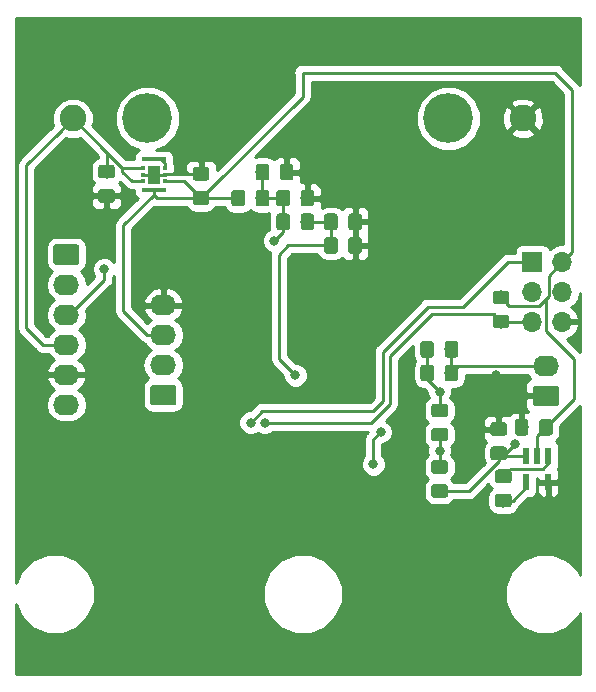
<source format=gbr>
G04 #@! TF.GenerationSoftware,KiCad,Pcbnew,5.0.1*
G04 #@! TF.CreationDate,2019-02-12T17:29:54-06:00*
G04 #@! TF.ProjectId,EFM,45464D2E6B696361645F706362000000,rev?*
G04 #@! TF.SameCoordinates,Original*
G04 #@! TF.FileFunction,Copper,L2,Bot,Signal*
G04 #@! TF.FilePolarity,Positive*
%FSLAX46Y46*%
G04 Gerber Fmt 4.6, Leading zero omitted, Abs format (unit mm)*
G04 Created by KiCad (PCBNEW 5.0.1) date Tue 12 Feb 2019 05:29:54 PM CST*
%MOMM*%
%LPD*%
G01*
G04 APERTURE LIST*
G04 #@! TA.AperFunction,Conductor*
%ADD10C,0.100000*%
G04 #@! TD*
G04 #@! TA.AperFunction,SMDPad,CuDef*
%ADD11C,1.150000*%
G04 #@! TD*
G04 #@! TA.AperFunction,ComponentPad*
%ADD12C,1.740000*%
G04 #@! TD*
G04 #@! TA.AperFunction,ComponentPad*
%ADD13O,2.200000X1.740000*%
G04 #@! TD*
G04 #@! TA.AperFunction,ComponentPad*
%ADD14C,2.250000*%
G04 #@! TD*
G04 #@! TA.AperFunction,ComponentPad*
%ADD15C,4.216000*%
G04 #@! TD*
G04 #@! TA.AperFunction,SMDPad,CuDef*
%ADD16R,0.558800X1.473200*%
G04 #@! TD*
G04 #@! TA.AperFunction,SMDPad,CuDef*
%ADD17R,1.100000X1.500000*%
G04 #@! TD*
G04 #@! TA.AperFunction,SMDPad,CuDef*
%ADD18R,0.375000X0.350000*%
G04 #@! TD*
G04 #@! TA.AperFunction,SMDPad,CuDef*
%ADD19R,2.100000X0.350000*%
G04 #@! TD*
G04 #@! TA.AperFunction,ComponentPad*
%ADD20R,1.700000X1.700000*%
G04 #@! TD*
G04 #@! TA.AperFunction,ComponentPad*
%ADD21O,1.700000X1.700000*%
G04 #@! TD*
G04 #@! TA.AperFunction,ViaPad*
%ADD22C,0.800000*%
G04 #@! TD*
G04 #@! TA.AperFunction,Conductor*
%ADD23C,0.250000*%
G04 #@! TD*
G04 #@! TA.AperFunction,Conductor*
%ADD24C,0.254000*%
G04 #@! TD*
G04 APERTURE END LIST*
D10*
G04 #@! TO.N,/-2.8V*
G04 #@! TO.C,C1*
G36*
X237074505Y-70026204D02*
X237098773Y-70029804D01*
X237122572Y-70035765D01*
X237145671Y-70044030D01*
X237167850Y-70054520D01*
X237188893Y-70067132D01*
X237208599Y-70081747D01*
X237226777Y-70098223D01*
X237243253Y-70116401D01*
X237257868Y-70136107D01*
X237270480Y-70157150D01*
X237280970Y-70179329D01*
X237289235Y-70202428D01*
X237295196Y-70226227D01*
X237298796Y-70250495D01*
X237300000Y-70274999D01*
X237300000Y-70925001D01*
X237298796Y-70949505D01*
X237295196Y-70973773D01*
X237289235Y-70997572D01*
X237280970Y-71020671D01*
X237270480Y-71042850D01*
X237257868Y-71063893D01*
X237243253Y-71083599D01*
X237226777Y-71101777D01*
X237208599Y-71118253D01*
X237188893Y-71132868D01*
X237167850Y-71145480D01*
X237145671Y-71155970D01*
X237122572Y-71164235D01*
X237098773Y-71170196D01*
X237074505Y-71173796D01*
X237050001Y-71175000D01*
X236149999Y-71175000D01*
X236125495Y-71173796D01*
X236101227Y-71170196D01*
X236077428Y-71164235D01*
X236054329Y-71155970D01*
X236032150Y-71145480D01*
X236011107Y-71132868D01*
X235991401Y-71118253D01*
X235973223Y-71101777D01*
X235956747Y-71083599D01*
X235942132Y-71063893D01*
X235929520Y-71042850D01*
X235919030Y-71020671D01*
X235910765Y-70997572D01*
X235904804Y-70973773D01*
X235901204Y-70949505D01*
X235900000Y-70925001D01*
X235900000Y-70274999D01*
X235901204Y-70250495D01*
X235904804Y-70226227D01*
X235910765Y-70202428D01*
X235919030Y-70179329D01*
X235929520Y-70157150D01*
X235942132Y-70136107D01*
X235956747Y-70116401D01*
X235973223Y-70098223D01*
X235991401Y-70081747D01*
X236011107Y-70067132D01*
X236032150Y-70054520D01*
X236054329Y-70044030D01*
X236077428Y-70035765D01*
X236101227Y-70029804D01*
X236125495Y-70026204D01*
X236149999Y-70025000D01*
X237050001Y-70025000D01*
X237074505Y-70026204D01*
X237074505Y-70026204D01*
G37*
D11*
G04 #@! TD*
G04 #@! TO.P,C1,2*
G04 #@! TO.N,/-2.8V*
X236600000Y-70600000D03*
D10*
G04 #@! TO.N,GND*
G04 #@! TO.C,C1*
G36*
X237074505Y-67976204D02*
X237098773Y-67979804D01*
X237122572Y-67985765D01*
X237145671Y-67994030D01*
X237167850Y-68004520D01*
X237188893Y-68017132D01*
X237208599Y-68031747D01*
X237226777Y-68048223D01*
X237243253Y-68066401D01*
X237257868Y-68086107D01*
X237270480Y-68107150D01*
X237280970Y-68129329D01*
X237289235Y-68152428D01*
X237295196Y-68176227D01*
X237298796Y-68200495D01*
X237300000Y-68224999D01*
X237300000Y-68875001D01*
X237298796Y-68899505D01*
X237295196Y-68923773D01*
X237289235Y-68947572D01*
X237280970Y-68970671D01*
X237270480Y-68992850D01*
X237257868Y-69013893D01*
X237243253Y-69033599D01*
X237226777Y-69051777D01*
X237208599Y-69068253D01*
X237188893Y-69082868D01*
X237167850Y-69095480D01*
X237145671Y-69105970D01*
X237122572Y-69114235D01*
X237098773Y-69120196D01*
X237074505Y-69123796D01*
X237050001Y-69125000D01*
X236149999Y-69125000D01*
X236125495Y-69123796D01*
X236101227Y-69120196D01*
X236077428Y-69114235D01*
X236054329Y-69105970D01*
X236032150Y-69095480D01*
X236011107Y-69082868D01*
X235991401Y-69068253D01*
X235973223Y-69051777D01*
X235956747Y-69033599D01*
X235942132Y-69013893D01*
X235929520Y-68992850D01*
X235919030Y-68970671D01*
X235910765Y-68947572D01*
X235904804Y-68923773D01*
X235901204Y-68899505D01*
X235900000Y-68875001D01*
X235900000Y-68224999D01*
X235901204Y-68200495D01*
X235904804Y-68176227D01*
X235910765Y-68152428D01*
X235919030Y-68129329D01*
X235929520Y-68107150D01*
X235942132Y-68086107D01*
X235956747Y-68066401D01*
X235973223Y-68048223D01*
X235991401Y-68031747D01*
X236011107Y-68017132D01*
X236032150Y-68004520D01*
X236054329Y-67994030D01*
X236077428Y-67985765D01*
X236101227Y-67979804D01*
X236125495Y-67976204D01*
X236149999Y-67975000D01*
X237050001Y-67975000D01*
X237074505Y-67976204D01*
X237074505Y-67976204D01*
G37*
D11*
G04 #@! TD*
G04 #@! TO.P,C1,1*
G04 #@! TO.N,GND*
X236600000Y-68550000D03*
D10*
G04 #@! TO.N,/+2.8V*
G04 #@! TO.C,C2*
G36*
X240949505Y-67701204D02*
X240973773Y-67704804D01*
X240997572Y-67710765D01*
X241020671Y-67719030D01*
X241042850Y-67729520D01*
X241063893Y-67742132D01*
X241083599Y-67756747D01*
X241101777Y-67773223D01*
X241118253Y-67791401D01*
X241132868Y-67811107D01*
X241145480Y-67832150D01*
X241155970Y-67854329D01*
X241164235Y-67877428D01*
X241170196Y-67901227D01*
X241173796Y-67925495D01*
X241175000Y-67949999D01*
X241175000Y-68850001D01*
X241173796Y-68874505D01*
X241170196Y-68898773D01*
X241164235Y-68922572D01*
X241155970Y-68945671D01*
X241145480Y-68967850D01*
X241132868Y-68988893D01*
X241118253Y-69008599D01*
X241101777Y-69026777D01*
X241083599Y-69043253D01*
X241063893Y-69057868D01*
X241042850Y-69070480D01*
X241020671Y-69080970D01*
X240997572Y-69089235D01*
X240973773Y-69095196D01*
X240949505Y-69098796D01*
X240925001Y-69100000D01*
X240274999Y-69100000D01*
X240250495Y-69098796D01*
X240226227Y-69095196D01*
X240202428Y-69089235D01*
X240179329Y-69080970D01*
X240157150Y-69070480D01*
X240136107Y-69057868D01*
X240116401Y-69043253D01*
X240098223Y-69026777D01*
X240081747Y-69008599D01*
X240067132Y-68988893D01*
X240054520Y-68967850D01*
X240044030Y-68945671D01*
X240035765Y-68922572D01*
X240029804Y-68898773D01*
X240026204Y-68874505D01*
X240025000Y-68850001D01*
X240025000Y-67949999D01*
X240026204Y-67925495D01*
X240029804Y-67901227D01*
X240035765Y-67877428D01*
X240044030Y-67854329D01*
X240054520Y-67832150D01*
X240067132Y-67811107D01*
X240081747Y-67791401D01*
X240098223Y-67773223D01*
X240116401Y-67756747D01*
X240136107Y-67742132D01*
X240157150Y-67729520D01*
X240179329Y-67719030D01*
X240202428Y-67710765D01*
X240226227Y-67704804D01*
X240250495Y-67701204D01*
X240274999Y-67700000D01*
X240925001Y-67700000D01*
X240949505Y-67701204D01*
X240949505Y-67701204D01*
G37*
D11*
G04 #@! TD*
G04 #@! TO.P,C2,1*
G04 #@! TO.N,/+2.8V*
X240600000Y-68400000D03*
D10*
G04 #@! TO.N,GND*
G04 #@! TO.C,C2*
G36*
X238899505Y-67701204D02*
X238923773Y-67704804D01*
X238947572Y-67710765D01*
X238970671Y-67719030D01*
X238992850Y-67729520D01*
X239013893Y-67742132D01*
X239033599Y-67756747D01*
X239051777Y-67773223D01*
X239068253Y-67791401D01*
X239082868Y-67811107D01*
X239095480Y-67832150D01*
X239105970Y-67854329D01*
X239114235Y-67877428D01*
X239120196Y-67901227D01*
X239123796Y-67925495D01*
X239125000Y-67949999D01*
X239125000Y-68850001D01*
X239123796Y-68874505D01*
X239120196Y-68898773D01*
X239114235Y-68922572D01*
X239105970Y-68945671D01*
X239095480Y-68967850D01*
X239082868Y-68988893D01*
X239068253Y-69008599D01*
X239051777Y-69026777D01*
X239033599Y-69043253D01*
X239013893Y-69057868D01*
X238992850Y-69070480D01*
X238970671Y-69080970D01*
X238947572Y-69089235D01*
X238923773Y-69095196D01*
X238899505Y-69098796D01*
X238875001Y-69100000D01*
X238224999Y-69100000D01*
X238200495Y-69098796D01*
X238176227Y-69095196D01*
X238152428Y-69089235D01*
X238129329Y-69080970D01*
X238107150Y-69070480D01*
X238086107Y-69057868D01*
X238066401Y-69043253D01*
X238048223Y-69026777D01*
X238031747Y-69008599D01*
X238017132Y-68988893D01*
X238004520Y-68967850D01*
X237994030Y-68945671D01*
X237985765Y-68922572D01*
X237979804Y-68898773D01*
X237976204Y-68874505D01*
X237975000Y-68850001D01*
X237975000Y-67949999D01*
X237976204Y-67925495D01*
X237979804Y-67901227D01*
X237985765Y-67877428D01*
X237994030Y-67854329D01*
X238004520Y-67832150D01*
X238017132Y-67811107D01*
X238031747Y-67791401D01*
X238048223Y-67773223D01*
X238066401Y-67756747D01*
X238086107Y-67742132D01*
X238107150Y-67729520D01*
X238129329Y-67719030D01*
X238152428Y-67710765D01*
X238176227Y-67704804D01*
X238200495Y-67701204D01*
X238224999Y-67700000D01*
X238875001Y-67700000D01*
X238899505Y-67701204D01*
X238899505Y-67701204D01*
G37*
D11*
G04 #@! TD*
G04 #@! TO.P,C2,2*
G04 #@! TO.N,GND*
X238550000Y-68400000D03*
D10*
G04 #@! TO.N,Net-(C3-Pad1)*
G04 #@! TO.C,C3*
G36*
X230899505Y-61101204D02*
X230923773Y-61104804D01*
X230947572Y-61110765D01*
X230970671Y-61119030D01*
X230992850Y-61129520D01*
X231013893Y-61142132D01*
X231033599Y-61156747D01*
X231051777Y-61173223D01*
X231068253Y-61191401D01*
X231082868Y-61211107D01*
X231095480Y-61232150D01*
X231105970Y-61254329D01*
X231114235Y-61277428D01*
X231120196Y-61301227D01*
X231123796Y-61325495D01*
X231125000Y-61349999D01*
X231125000Y-62250001D01*
X231123796Y-62274505D01*
X231120196Y-62298773D01*
X231114235Y-62322572D01*
X231105970Y-62345671D01*
X231095480Y-62367850D01*
X231082868Y-62388893D01*
X231068253Y-62408599D01*
X231051777Y-62426777D01*
X231033599Y-62443253D01*
X231013893Y-62457868D01*
X230992850Y-62470480D01*
X230970671Y-62480970D01*
X230947572Y-62489235D01*
X230923773Y-62495196D01*
X230899505Y-62498796D01*
X230875001Y-62500000D01*
X230224999Y-62500000D01*
X230200495Y-62498796D01*
X230176227Y-62495196D01*
X230152428Y-62489235D01*
X230129329Y-62480970D01*
X230107150Y-62470480D01*
X230086107Y-62457868D01*
X230066401Y-62443253D01*
X230048223Y-62426777D01*
X230031747Y-62408599D01*
X230017132Y-62388893D01*
X230004520Y-62367850D01*
X229994030Y-62345671D01*
X229985765Y-62322572D01*
X229979804Y-62298773D01*
X229976204Y-62274505D01*
X229975000Y-62250001D01*
X229975000Y-61349999D01*
X229976204Y-61325495D01*
X229979804Y-61301227D01*
X229985765Y-61277428D01*
X229994030Y-61254329D01*
X230004520Y-61232150D01*
X230017132Y-61211107D01*
X230031747Y-61191401D01*
X230048223Y-61173223D01*
X230066401Y-61156747D01*
X230086107Y-61142132D01*
X230107150Y-61129520D01*
X230129329Y-61119030D01*
X230152428Y-61110765D01*
X230176227Y-61104804D01*
X230200495Y-61101204D01*
X230224999Y-61100000D01*
X230875001Y-61100000D01*
X230899505Y-61101204D01*
X230899505Y-61101204D01*
G37*
D11*
G04 #@! TD*
G04 #@! TO.P,C3,1*
G04 #@! TO.N,Net-(C3-Pad1)*
X230550000Y-61800000D03*
D10*
G04 #@! TO.N,/S1*
G04 #@! TO.C,C3*
G36*
X232949505Y-61101204D02*
X232973773Y-61104804D01*
X232997572Y-61110765D01*
X233020671Y-61119030D01*
X233042850Y-61129520D01*
X233063893Y-61142132D01*
X233083599Y-61156747D01*
X233101777Y-61173223D01*
X233118253Y-61191401D01*
X233132868Y-61211107D01*
X233145480Y-61232150D01*
X233155970Y-61254329D01*
X233164235Y-61277428D01*
X233170196Y-61301227D01*
X233173796Y-61325495D01*
X233175000Y-61349999D01*
X233175000Y-62250001D01*
X233173796Y-62274505D01*
X233170196Y-62298773D01*
X233164235Y-62322572D01*
X233155970Y-62345671D01*
X233145480Y-62367850D01*
X233132868Y-62388893D01*
X233118253Y-62408599D01*
X233101777Y-62426777D01*
X233083599Y-62443253D01*
X233063893Y-62457868D01*
X233042850Y-62470480D01*
X233020671Y-62480970D01*
X232997572Y-62489235D01*
X232973773Y-62495196D01*
X232949505Y-62498796D01*
X232925001Y-62500000D01*
X232274999Y-62500000D01*
X232250495Y-62498796D01*
X232226227Y-62495196D01*
X232202428Y-62489235D01*
X232179329Y-62480970D01*
X232157150Y-62470480D01*
X232136107Y-62457868D01*
X232116401Y-62443253D01*
X232098223Y-62426777D01*
X232081747Y-62408599D01*
X232067132Y-62388893D01*
X232054520Y-62367850D01*
X232044030Y-62345671D01*
X232035765Y-62322572D01*
X232029804Y-62298773D01*
X232026204Y-62274505D01*
X232025000Y-62250001D01*
X232025000Y-61349999D01*
X232026204Y-61325495D01*
X232029804Y-61301227D01*
X232035765Y-61277428D01*
X232044030Y-61254329D01*
X232054520Y-61232150D01*
X232067132Y-61211107D01*
X232081747Y-61191401D01*
X232098223Y-61173223D01*
X232116401Y-61156747D01*
X232136107Y-61142132D01*
X232157150Y-61129520D01*
X232179329Y-61119030D01*
X232202428Y-61110765D01*
X232226227Y-61104804D01*
X232250495Y-61101204D01*
X232274999Y-61100000D01*
X232925001Y-61100000D01*
X232949505Y-61101204D01*
X232949505Y-61101204D01*
G37*
D11*
G04 #@! TD*
G04 #@! TO.P,C3,2*
G04 #@! TO.N,/S1*
X232600000Y-61800000D03*
D10*
G04 #@! TO.N,/BATT*
G04 #@! TO.C,C4*
G36*
X203874505Y-46176204D02*
X203898773Y-46179804D01*
X203922572Y-46185765D01*
X203945671Y-46194030D01*
X203967850Y-46204520D01*
X203988893Y-46217132D01*
X204008599Y-46231747D01*
X204026777Y-46248223D01*
X204043253Y-46266401D01*
X204057868Y-46286107D01*
X204070480Y-46307150D01*
X204080970Y-46329329D01*
X204089235Y-46352428D01*
X204095196Y-46376227D01*
X204098796Y-46400495D01*
X204100000Y-46424999D01*
X204100000Y-47075001D01*
X204098796Y-47099505D01*
X204095196Y-47123773D01*
X204089235Y-47147572D01*
X204080970Y-47170671D01*
X204070480Y-47192850D01*
X204057868Y-47213893D01*
X204043253Y-47233599D01*
X204026777Y-47251777D01*
X204008599Y-47268253D01*
X203988893Y-47282868D01*
X203967850Y-47295480D01*
X203945671Y-47305970D01*
X203922572Y-47314235D01*
X203898773Y-47320196D01*
X203874505Y-47323796D01*
X203850001Y-47325000D01*
X202949999Y-47325000D01*
X202925495Y-47323796D01*
X202901227Y-47320196D01*
X202877428Y-47314235D01*
X202854329Y-47305970D01*
X202832150Y-47295480D01*
X202811107Y-47282868D01*
X202791401Y-47268253D01*
X202773223Y-47251777D01*
X202756747Y-47233599D01*
X202742132Y-47213893D01*
X202729520Y-47192850D01*
X202719030Y-47170671D01*
X202710765Y-47147572D01*
X202704804Y-47123773D01*
X202701204Y-47099505D01*
X202700000Y-47075001D01*
X202700000Y-46424999D01*
X202701204Y-46400495D01*
X202704804Y-46376227D01*
X202710765Y-46352428D01*
X202719030Y-46329329D01*
X202729520Y-46307150D01*
X202742132Y-46286107D01*
X202756747Y-46266401D01*
X202773223Y-46248223D01*
X202791401Y-46231747D01*
X202811107Y-46217132D01*
X202832150Y-46204520D01*
X202854329Y-46194030D01*
X202877428Y-46185765D01*
X202901227Y-46179804D01*
X202925495Y-46176204D01*
X202949999Y-46175000D01*
X203850001Y-46175000D01*
X203874505Y-46176204D01*
X203874505Y-46176204D01*
G37*
D11*
G04 #@! TD*
G04 #@! TO.P,C4,1*
G04 #@! TO.N,/BATT*
X203400000Y-46750000D03*
D10*
G04 #@! TO.N,GND*
G04 #@! TO.C,C4*
G36*
X203874505Y-48226204D02*
X203898773Y-48229804D01*
X203922572Y-48235765D01*
X203945671Y-48244030D01*
X203967850Y-48254520D01*
X203988893Y-48267132D01*
X204008599Y-48281747D01*
X204026777Y-48298223D01*
X204043253Y-48316401D01*
X204057868Y-48336107D01*
X204070480Y-48357150D01*
X204080970Y-48379329D01*
X204089235Y-48402428D01*
X204095196Y-48426227D01*
X204098796Y-48450495D01*
X204100000Y-48474999D01*
X204100000Y-49125001D01*
X204098796Y-49149505D01*
X204095196Y-49173773D01*
X204089235Y-49197572D01*
X204080970Y-49220671D01*
X204070480Y-49242850D01*
X204057868Y-49263893D01*
X204043253Y-49283599D01*
X204026777Y-49301777D01*
X204008599Y-49318253D01*
X203988893Y-49332868D01*
X203967850Y-49345480D01*
X203945671Y-49355970D01*
X203922572Y-49364235D01*
X203898773Y-49370196D01*
X203874505Y-49373796D01*
X203850001Y-49375000D01*
X202949999Y-49375000D01*
X202925495Y-49373796D01*
X202901227Y-49370196D01*
X202877428Y-49364235D01*
X202854329Y-49355970D01*
X202832150Y-49345480D01*
X202811107Y-49332868D01*
X202791401Y-49318253D01*
X202773223Y-49301777D01*
X202756747Y-49283599D01*
X202742132Y-49263893D01*
X202729520Y-49242850D01*
X202719030Y-49220671D01*
X202710765Y-49197572D01*
X202704804Y-49173773D01*
X202701204Y-49149505D01*
X202700000Y-49125001D01*
X202700000Y-48474999D01*
X202701204Y-48450495D01*
X202704804Y-48426227D01*
X202710765Y-48402428D01*
X202719030Y-48379329D01*
X202729520Y-48357150D01*
X202742132Y-48336107D01*
X202756747Y-48316401D01*
X202773223Y-48298223D01*
X202791401Y-48281747D01*
X202811107Y-48267132D01*
X202832150Y-48254520D01*
X202854329Y-48244030D01*
X202877428Y-48235765D01*
X202901227Y-48229804D01*
X202925495Y-48226204D01*
X202949999Y-48225000D01*
X203850001Y-48225000D01*
X203874505Y-48226204D01*
X203874505Y-48226204D01*
G37*
D11*
G04 #@! TD*
G04 #@! TO.P,C4,2*
G04 #@! TO.N,GND*
X203400000Y-48800000D03*
D10*
G04 #@! TO.N,/+2.8V*
G04 #@! TO.C,C5*
G36*
X211874505Y-48426204D02*
X211898773Y-48429804D01*
X211922572Y-48435765D01*
X211945671Y-48444030D01*
X211967850Y-48454520D01*
X211988893Y-48467132D01*
X212008599Y-48481747D01*
X212026777Y-48498223D01*
X212043253Y-48516401D01*
X212057868Y-48536107D01*
X212070480Y-48557150D01*
X212080970Y-48579329D01*
X212089235Y-48602428D01*
X212095196Y-48626227D01*
X212098796Y-48650495D01*
X212100000Y-48674999D01*
X212100000Y-49325001D01*
X212098796Y-49349505D01*
X212095196Y-49373773D01*
X212089235Y-49397572D01*
X212080970Y-49420671D01*
X212070480Y-49442850D01*
X212057868Y-49463893D01*
X212043253Y-49483599D01*
X212026777Y-49501777D01*
X212008599Y-49518253D01*
X211988893Y-49532868D01*
X211967850Y-49545480D01*
X211945671Y-49555970D01*
X211922572Y-49564235D01*
X211898773Y-49570196D01*
X211874505Y-49573796D01*
X211850001Y-49575000D01*
X210949999Y-49575000D01*
X210925495Y-49573796D01*
X210901227Y-49570196D01*
X210877428Y-49564235D01*
X210854329Y-49555970D01*
X210832150Y-49545480D01*
X210811107Y-49532868D01*
X210791401Y-49518253D01*
X210773223Y-49501777D01*
X210756747Y-49483599D01*
X210742132Y-49463893D01*
X210729520Y-49442850D01*
X210719030Y-49420671D01*
X210710765Y-49397572D01*
X210704804Y-49373773D01*
X210701204Y-49349505D01*
X210700000Y-49325001D01*
X210700000Y-48674999D01*
X210701204Y-48650495D01*
X210704804Y-48626227D01*
X210710765Y-48602428D01*
X210719030Y-48579329D01*
X210729520Y-48557150D01*
X210742132Y-48536107D01*
X210756747Y-48516401D01*
X210773223Y-48498223D01*
X210791401Y-48481747D01*
X210811107Y-48467132D01*
X210832150Y-48454520D01*
X210854329Y-48444030D01*
X210877428Y-48435765D01*
X210901227Y-48429804D01*
X210925495Y-48426204D01*
X210949999Y-48425000D01*
X211850001Y-48425000D01*
X211874505Y-48426204D01*
X211874505Y-48426204D01*
G37*
D11*
G04 #@! TD*
G04 #@! TO.P,C5,2*
G04 #@! TO.N,/+2.8V*
X211400000Y-49000000D03*
D10*
G04 #@! TO.N,GND*
G04 #@! TO.C,C5*
G36*
X211874505Y-46376204D02*
X211898773Y-46379804D01*
X211922572Y-46385765D01*
X211945671Y-46394030D01*
X211967850Y-46404520D01*
X211988893Y-46417132D01*
X212008599Y-46431747D01*
X212026777Y-46448223D01*
X212043253Y-46466401D01*
X212057868Y-46486107D01*
X212070480Y-46507150D01*
X212080970Y-46529329D01*
X212089235Y-46552428D01*
X212095196Y-46576227D01*
X212098796Y-46600495D01*
X212100000Y-46624999D01*
X212100000Y-47275001D01*
X212098796Y-47299505D01*
X212095196Y-47323773D01*
X212089235Y-47347572D01*
X212080970Y-47370671D01*
X212070480Y-47392850D01*
X212057868Y-47413893D01*
X212043253Y-47433599D01*
X212026777Y-47451777D01*
X212008599Y-47468253D01*
X211988893Y-47482868D01*
X211967850Y-47495480D01*
X211945671Y-47505970D01*
X211922572Y-47514235D01*
X211898773Y-47520196D01*
X211874505Y-47523796D01*
X211850001Y-47525000D01*
X210949999Y-47525000D01*
X210925495Y-47523796D01*
X210901227Y-47520196D01*
X210877428Y-47514235D01*
X210854329Y-47505970D01*
X210832150Y-47495480D01*
X210811107Y-47482868D01*
X210791401Y-47468253D01*
X210773223Y-47451777D01*
X210756747Y-47433599D01*
X210742132Y-47413893D01*
X210729520Y-47392850D01*
X210719030Y-47370671D01*
X210710765Y-47347572D01*
X210704804Y-47323773D01*
X210701204Y-47299505D01*
X210700000Y-47275001D01*
X210700000Y-46624999D01*
X210701204Y-46600495D01*
X210704804Y-46576227D01*
X210710765Y-46552428D01*
X210719030Y-46529329D01*
X210729520Y-46507150D01*
X210742132Y-46486107D01*
X210756747Y-46466401D01*
X210773223Y-46448223D01*
X210791401Y-46431747D01*
X210811107Y-46417132D01*
X210832150Y-46404520D01*
X210854329Y-46394030D01*
X210877428Y-46385765D01*
X210901227Y-46379804D01*
X210925495Y-46376204D01*
X210949999Y-46375000D01*
X211850001Y-46375000D01*
X211874505Y-46376204D01*
X211874505Y-46376204D01*
G37*
D11*
G04 #@! TD*
G04 #@! TO.P,C5,1*
G04 #@! TO.N,GND*
X211400000Y-46950000D03*
D10*
G04 #@! TO.N,Net-(C6-Pad1)*
G04 #@! TO.C,C6*
G36*
X237474505Y-74026204D02*
X237498773Y-74029804D01*
X237522572Y-74035765D01*
X237545671Y-74044030D01*
X237567850Y-74054520D01*
X237588893Y-74067132D01*
X237608599Y-74081747D01*
X237626777Y-74098223D01*
X237643253Y-74116401D01*
X237657868Y-74136107D01*
X237670480Y-74157150D01*
X237680970Y-74179329D01*
X237689235Y-74202428D01*
X237695196Y-74226227D01*
X237698796Y-74250495D01*
X237700000Y-74274999D01*
X237700000Y-74925001D01*
X237698796Y-74949505D01*
X237695196Y-74973773D01*
X237689235Y-74997572D01*
X237680970Y-75020671D01*
X237670480Y-75042850D01*
X237657868Y-75063893D01*
X237643253Y-75083599D01*
X237626777Y-75101777D01*
X237608599Y-75118253D01*
X237588893Y-75132868D01*
X237567850Y-75145480D01*
X237545671Y-75155970D01*
X237522572Y-75164235D01*
X237498773Y-75170196D01*
X237474505Y-75173796D01*
X237450001Y-75175000D01*
X236549999Y-75175000D01*
X236525495Y-75173796D01*
X236501227Y-75170196D01*
X236477428Y-75164235D01*
X236454329Y-75155970D01*
X236432150Y-75145480D01*
X236411107Y-75132868D01*
X236391401Y-75118253D01*
X236373223Y-75101777D01*
X236356747Y-75083599D01*
X236342132Y-75063893D01*
X236329520Y-75042850D01*
X236319030Y-75020671D01*
X236310765Y-74997572D01*
X236304804Y-74973773D01*
X236301204Y-74949505D01*
X236300000Y-74925001D01*
X236300000Y-74274999D01*
X236301204Y-74250495D01*
X236304804Y-74226227D01*
X236310765Y-74202428D01*
X236319030Y-74179329D01*
X236329520Y-74157150D01*
X236342132Y-74136107D01*
X236356747Y-74116401D01*
X236373223Y-74098223D01*
X236391401Y-74081747D01*
X236411107Y-74067132D01*
X236432150Y-74054520D01*
X236454329Y-74044030D01*
X236477428Y-74035765D01*
X236501227Y-74029804D01*
X236525495Y-74026204D01*
X236549999Y-74025000D01*
X237450001Y-74025000D01*
X237474505Y-74026204D01*
X237474505Y-74026204D01*
G37*
D11*
G04 #@! TD*
G04 #@! TO.P,C6,1*
G04 #@! TO.N,Net-(C6-Pad1)*
X237000000Y-74600000D03*
D10*
G04 #@! TO.N,Net-(C6-Pad2)*
G04 #@! TO.C,C6*
G36*
X237474505Y-71976204D02*
X237498773Y-71979804D01*
X237522572Y-71985765D01*
X237545671Y-71994030D01*
X237567850Y-72004520D01*
X237588893Y-72017132D01*
X237608599Y-72031747D01*
X237626777Y-72048223D01*
X237643253Y-72066401D01*
X237657868Y-72086107D01*
X237670480Y-72107150D01*
X237680970Y-72129329D01*
X237689235Y-72152428D01*
X237695196Y-72176227D01*
X237698796Y-72200495D01*
X237700000Y-72224999D01*
X237700000Y-72875001D01*
X237698796Y-72899505D01*
X237695196Y-72923773D01*
X237689235Y-72947572D01*
X237680970Y-72970671D01*
X237670480Y-72992850D01*
X237657868Y-73013893D01*
X237643253Y-73033599D01*
X237626777Y-73051777D01*
X237608599Y-73068253D01*
X237588893Y-73082868D01*
X237567850Y-73095480D01*
X237545671Y-73105970D01*
X237522572Y-73114235D01*
X237498773Y-73120196D01*
X237474505Y-73123796D01*
X237450001Y-73125000D01*
X236549999Y-73125000D01*
X236525495Y-73123796D01*
X236501227Y-73120196D01*
X236477428Y-73114235D01*
X236454329Y-73105970D01*
X236432150Y-73095480D01*
X236411107Y-73082868D01*
X236391401Y-73068253D01*
X236373223Y-73051777D01*
X236356747Y-73033599D01*
X236342132Y-73013893D01*
X236329520Y-72992850D01*
X236319030Y-72970671D01*
X236310765Y-72947572D01*
X236304804Y-72923773D01*
X236301204Y-72899505D01*
X236300000Y-72875001D01*
X236300000Y-72224999D01*
X236301204Y-72200495D01*
X236304804Y-72176227D01*
X236310765Y-72152428D01*
X236319030Y-72129329D01*
X236329520Y-72107150D01*
X236342132Y-72086107D01*
X236356747Y-72066401D01*
X236373223Y-72048223D01*
X236391401Y-72031747D01*
X236411107Y-72017132D01*
X236432150Y-72004520D01*
X236454329Y-71994030D01*
X236477428Y-71985765D01*
X236501227Y-71979804D01*
X236525495Y-71976204D01*
X236549999Y-71975000D01*
X237450001Y-71975000D01*
X237474505Y-71976204D01*
X237474505Y-71976204D01*
G37*
D11*
G04 #@! TD*
G04 #@! TO.P,C6,2*
G04 #@! TO.N,Net-(C6-Pad2)*
X237000000Y-72550000D03*
D10*
G04 #@! TO.N,GND*
G04 #@! TO.C,C7*
G36*
X218999505Y-46101204D02*
X219023773Y-46104804D01*
X219047572Y-46110765D01*
X219070671Y-46119030D01*
X219092850Y-46129520D01*
X219113893Y-46142132D01*
X219133599Y-46156747D01*
X219151777Y-46173223D01*
X219168253Y-46191401D01*
X219182868Y-46211107D01*
X219195480Y-46232150D01*
X219205970Y-46254329D01*
X219214235Y-46277428D01*
X219220196Y-46301227D01*
X219223796Y-46325495D01*
X219225000Y-46349999D01*
X219225000Y-47250001D01*
X219223796Y-47274505D01*
X219220196Y-47298773D01*
X219214235Y-47322572D01*
X219205970Y-47345671D01*
X219195480Y-47367850D01*
X219182868Y-47388893D01*
X219168253Y-47408599D01*
X219151777Y-47426777D01*
X219133599Y-47443253D01*
X219113893Y-47457868D01*
X219092850Y-47470480D01*
X219070671Y-47480970D01*
X219047572Y-47489235D01*
X219023773Y-47495196D01*
X218999505Y-47498796D01*
X218975001Y-47500000D01*
X218324999Y-47500000D01*
X218300495Y-47498796D01*
X218276227Y-47495196D01*
X218252428Y-47489235D01*
X218229329Y-47480970D01*
X218207150Y-47470480D01*
X218186107Y-47457868D01*
X218166401Y-47443253D01*
X218148223Y-47426777D01*
X218131747Y-47408599D01*
X218117132Y-47388893D01*
X218104520Y-47367850D01*
X218094030Y-47345671D01*
X218085765Y-47322572D01*
X218079804Y-47298773D01*
X218076204Y-47274505D01*
X218075000Y-47250001D01*
X218075000Y-46349999D01*
X218076204Y-46325495D01*
X218079804Y-46301227D01*
X218085765Y-46277428D01*
X218094030Y-46254329D01*
X218104520Y-46232150D01*
X218117132Y-46211107D01*
X218131747Y-46191401D01*
X218148223Y-46173223D01*
X218166401Y-46156747D01*
X218186107Y-46142132D01*
X218207150Y-46129520D01*
X218229329Y-46119030D01*
X218252428Y-46110765D01*
X218276227Y-46104804D01*
X218300495Y-46101204D01*
X218324999Y-46100000D01*
X218975001Y-46100000D01*
X218999505Y-46101204D01*
X218999505Y-46101204D01*
G37*
D11*
G04 #@! TD*
G04 #@! TO.P,C7,2*
G04 #@! TO.N,GND*
X218650000Y-46800000D03*
D10*
G04 #@! TO.N,Net-(C7-Pad1)*
G04 #@! TO.C,C7*
G36*
X216949505Y-46101204D02*
X216973773Y-46104804D01*
X216997572Y-46110765D01*
X217020671Y-46119030D01*
X217042850Y-46129520D01*
X217063893Y-46142132D01*
X217083599Y-46156747D01*
X217101777Y-46173223D01*
X217118253Y-46191401D01*
X217132868Y-46211107D01*
X217145480Y-46232150D01*
X217155970Y-46254329D01*
X217164235Y-46277428D01*
X217170196Y-46301227D01*
X217173796Y-46325495D01*
X217175000Y-46349999D01*
X217175000Y-47250001D01*
X217173796Y-47274505D01*
X217170196Y-47298773D01*
X217164235Y-47322572D01*
X217155970Y-47345671D01*
X217145480Y-47367850D01*
X217132868Y-47388893D01*
X217118253Y-47408599D01*
X217101777Y-47426777D01*
X217083599Y-47443253D01*
X217063893Y-47457868D01*
X217042850Y-47470480D01*
X217020671Y-47480970D01*
X216997572Y-47489235D01*
X216973773Y-47495196D01*
X216949505Y-47498796D01*
X216925001Y-47500000D01*
X216274999Y-47500000D01*
X216250495Y-47498796D01*
X216226227Y-47495196D01*
X216202428Y-47489235D01*
X216179329Y-47480970D01*
X216157150Y-47470480D01*
X216136107Y-47457868D01*
X216116401Y-47443253D01*
X216098223Y-47426777D01*
X216081747Y-47408599D01*
X216067132Y-47388893D01*
X216054520Y-47367850D01*
X216044030Y-47345671D01*
X216035765Y-47322572D01*
X216029804Y-47298773D01*
X216026204Y-47274505D01*
X216025000Y-47250001D01*
X216025000Y-46349999D01*
X216026204Y-46325495D01*
X216029804Y-46301227D01*
X216035765Y-46277428D01*
X216044030Y-46254329D01*
X216054520Y-46232150D01*
X216067132Y-46211107D01*
X216081747Y-46191401D01*
X216098223Y-46173223D01*
X216116401Y-46156747D01*
X216136107Y-46142132D01*
X216157150Y-46129520D01*
X216179329Y-46119030D01*
X216202428Y-46110765D01*
X216226227Y-46104804D01*
X216250495Y-46101204D01*
X216274999Y-46100000D01*
X216925001Y-46100000D01*
X216949505Y-46101204D01*
X216949505Y-46101204D01*
G37*
D11*
G04 #@! TD*
G04 #@! TO.P,C7,1*
G04 #@! TO.N,Net-(C7-Pad1)*
X216600000Y-46800000D03*
D10*
G04 #@! TO.N,GND*
G04 #@! TO.C,C8*
G36*
X220749505Y-48301204D02*
X220773773Y-48304804D01*
X220797572Y-48310765D01*
X220820671Y-48319030D01*
X220842850Y-48329520D01*
X220863893Y-48342132D01*
X220883599Y-48356747D01*
X220901777Y-48373223D01*
X220918253Y-48391401D01*
X220932868Y-48411107D01*
X220945480Y-48432150D01*
X220955970Y-48454329D01*
X220964235Y-48477428D01*
X220970196Y-48501227D01*
X220973796Y-48525495D01*
X220975000Y-48549999D01*
X220975000Y-49450001D01*
X220973796Y-49474505D01*
X220970196Y-49498773D01*
X220964235Y-49522572D01*
X220955970Y-49545671D01*
X220945480Y-49567850D01*
X220932868Y-49588893D01*
X220918253Y-49608599D01*
X220901777Y-49626777D01*
X220883599Y-49643253D01*
X220863893Y-49657868D01*
X220842850Y-49670480D01*
X220820671Y-49680970D01*
X220797572Y-49689235D01*
X220773773Y-49695196D01*
X220749505Y-49698796D01*
X220725001Y-49700000D01*
X220074999Y-49700000D01*
X220050495Y-49698796D01*
X220026227Y-49695196D01*
X220002428Y-49689235D01*
X219979329Y-49680970D01*
X219957150Y-49670480D01*
X219936107Y-49657868D01*
X219916401Y-49643253D01*
X219898223Y-49626777D01*
X219881747Y-49608599D01*
X219867132Y-49588893D01*
X219854520Y-49567850D01*
X219844030Y-49545671D01*
X219835765Y-49522572D01*
X219829804Y-49498773D01*
X219826204Y-49474505D01*
X219825000Y-49450001D01*
X219825000Y-48549999D01*
X219826204Y-48525495D01*
X219829804Y-48501227D01*
X219835765Y-48477428D01*
X219844030Y-48454329D01*
X219854520Y-48432150D01*
X219867132Y-48411107D01*
X219881747Y-48391401D01*
X219898223Y-48373223D01*
X219916401Y-48356747D01*
X219936107Y-48342132D01*
X219957150Y-48329520D01*
X219979329Y-48319030D01*
X220002428Y-48310765D01*
X220026227Y-48304804D01*
X220050495Y-48301204D01*
X220074999Y-48300000D01*
X220725001Y-48300000D01*
X220749505Y-48301204D01*
X220749505Y-48301204D01*
G37*
D11*
G04 #@! TD*
G04 #@! TO.P,C8,2*
G04 #@! TO.N,GND*
X220400000Y-49000000D03*
D10*
G04 #@! TO.N,Net-(C7-Pad1)*
G04 #@! TO.C,C8*
G36*
X218699505Y-48301204D02*
X218723773Y-48304804D01*
X218747572Y-48310765D01*
X218770671Y-48319030D01*
X218792850Y-48329520D01*
X218813893Y-48342132D01*
X218833599Y-48356747D01*
X218851777Y-48373223D01*
X218868253Y-48391401D01*
X218882868Y-48411107D01*
X218895480Y-48432150D01*
X218905970Y-48454329D01*
X218914235Y-48477428D01*
X218920196Y-48501227D01*
X218923796Y-48525495D01*
X218925000Y-48549999D01*
X218925000Y-49450001D01*
X218923796Y-49474505D01*
X218920196Y-49498773D01*
X218914235Y-49522572D01*
X218905970Y-49545671D01*
X218895480Y-49567850D01*
X218882868Y-49588893D01*
X218868253Y-49608599D01*
X218851777Y-49626777D01*
X218833599Y-49643253D01*
X218813893Y-49657868D01*
X218792850Y-49670480D01*
X218770671Y-49680970D01*
X218747572Y-49689235D01*
X218723773Y-49695196D01*
X218699505Y-49698796D01*
X218675001Y-49700000D01*
X218024999Y-49700000D01*
X218000495Y-49698796D01*
X217976227Y-49695196D01*
X217952428Y-49689235D01*
X217929329Y-49680970D01*
X217907150Y-49670480D01*
X217886107Y-49657868D01*
X217866401Y-49643253D01*
X217848223Y-49626777D01*
X217831747Y-49608599D01*
X217817132Y-49588893D01*
X217804520Y-49567850D01*
X217794030Y-49545671D01*
X217785765Y-49522572D01*
X217779804Y-49498773D01*
X217776204Y-49474505D01*
X217775000Y-49450001D01*
X217775000Y-48549999D01*
X217776204Y-48525495D01*
X217779804Y-48501227D01*
X217785765Y-48477428D01*
X217794030Y-48454329D01*
X217804520Y-48432150D01*
X217817132Y-48411107D01*
X217831747Y-48391401D01*
X217848223Y-48373223D01*
X217866401Y-48356747D01*
X217886107Y-48342132D01*
X217907150Y-48329520D01*
X217929329Y-48319030D01*
X217952428Y-48310765D01*
X217976227Y-48304804D01*
X218000495Y-48301204D01*
X218024999Y-48300000D01*
X218675001Y-48300000D01*
X218699505Y-48301204D01*
X218699505Y-48301204D01*
G37*
D11*
G04 #@! TD*
G04 #@! TO.P,C8,1*
G04 #@! TO.N,Net-(C7-Pad1)*
X218350000Y-49000000D03*
D10*
G04 #@! TO.N,GND*
G04 #@! TO.C,C9*
G36*
X224799505Y-50301204D02*
X224823773Y-50304804D01*
X224847572Y-50310765D01*
X224870671Y-50319030D01*
X224892850Y-50329520D01*
X224913893Y-50342132D01*
X224933599Y-50356747D01*
X224951777Y-50373223D01*
X224968253Y-50391401D01*
X224982868Y-50411107D01*
X224995480Y-50432150D01*
X225005970Y-50454329D01*
X225014235Y-50477428D01*
X225020196Y-50501227D01*
X225023796Y-50525495D01*
X225025000Y-50549999D01*
X225025000Y-51450001D01*
X225023796Y-51474505D01*
X225020196Y-51498773D01*
X225014235Y-51522572D01*
X225005970Y-51545671D01*
X224995480Y-51567850D01*
X224982868Y-51588893D01*
X224968253Y-51608599D01*
X224951777Y-51626777D01*
X224933599Y-51643253D01*
X224913893Y-51657868D01*
X224892850Y-51670480D01*
X224870671Y-51680970D01*
X224847572Y-51689235D01*
X224823773Y-51695196D01*
X224799505Y-51698796D01*
X224775001Y-51700000D01*
X224124999Y-51700000D01*
X224100495Y-51698796D01*
X224076227Y-51695196D01*
X224052428Y-51689235D01*
X224029329Y-51680970D01*
X224007150Y-51670480D01*
X223986107Y-51657868D01*
X223966401Y-51643253D01*
X223948223Y-51626777D01*
X223931747Y-51608599D01*
X223917132Y-51588893D01*
X223904520Y-51567850D01*
X223894030Y-51545671D01*
X223885765Y-51522572D01*
X223879804Y-51498773D01*
X223876204Y-51474505D01*
X223875000Y-51450001D01*
X223875000Y-50549999D01*
X223876204Y-50525495D01*
X223879804Y-50501227D01*
X223885765Y-50477428D01*
X223894030Y-50454329D01*
X223904520Y-50432150D01*
X223917132Y-50411107D01*
X223931747Y-50391401D01*
X223948223Y-50373223D01*
X223966401Y-50356747D01*
X223986107Y-50342132D01*
X224007150Y-50329520D01*
X224029329Y-50319030D01*
X224052428Y-50310765D01*
X224076227Y-50304804D01*
X224100495Y-50301204D01*
X224124999Y-50300000D01*
X224775001Y-50300000D01*
X224799505Y-50301204D01*
X224799505Y-50301204D01*
G37*
D11*
G04 #@! TD*
G04 #@! TO.P,C9,1*
G04 #@! TO.N,GND*
X224450000Y-51000000D03*
D10*
G04 #@! TO.N,Net-(C10-Pad2)*
G04 #@! TO.C,C9*
G36*
X222749505Y-50301204D02*
X222773773Y-50304804D01*
X222797572Y-50310765D01*
X222820671Y-50319030D01*
X222842850Y-50329520D01*
X222863893Y-50342132D01*
X222883599Y-50356747D01*
X222901777Y-50373223D01*
X222918253Y-50391401D01*
X222932868Y-50411107D01*
X222945480Y-50432150D01*
X222955970Y-50454329D01*
X222964235Y-50477428D01*
X222970196Y-50501227D01*
X222973796Y-50525495D01*
X222975000Y-50549999D01*
X222975000Y-51450001D01*
X222973796Y-51474505D01*
X222970196Y-51498773D01*
X222964235Y-51522572D01*
X222955970Y-51545671D01*
X222945480Y-51567850D01*
X222932868Y-51588893D01*
X222918253Y-51608599D01*
X222901777Y-51626777D01*
X222883599Y-51643253D01*
X222863893Y-51657868D01*
X222842850Y-51670480D01*
X222820671Y-51680970D01*
X222797572Y-51689235D01*
X222773773Y-51695196D01*
X222749505Y-51698796D01*
X222725001Y-51700000D01*
X222074999Y-51700000D01*
X222050495Y-51698796D01*
X222026227Y-51695196D01*
X222002428Y-51689235D01*
X221979329Y-51680970D01*
X221957150Y-51670480D01*
X221936107Y-51657868D01*
X221916401Y-51643253D01*
X221898223Y-51626777D01*
X221881747Y-51608599D01*
X221867132Y-51588893D01*
X221854520Y-51567850D01*
X221844030Y-51545671D01*
X221835765Y-51522572D01*
X221829804Y-51498773D01*
X221826204Y-51474505D01*
X221825000Y-51450001D01*
X221825000Y-50549999D01*
X221826204Y-50525495D01*
X221829804Y-50501227D01*
X221835765Y-50477428D01*
X221844030Y-50454329D01*
X221854520Y-50432150D01*
X221867132Y-50411107D01*
X221881747Y-50391401D01*
X221898223Y-50373223D01*
X221916401Y-50356747D01*
X221936107Y-50342132D01*
X221957150Y-50329520D01*
X221979329Y-50319030D01*
X222002428Y-50310765D01*
X222026227Y-50304804D01*
X222050495Y-50301204D01*
X222074999Y-50300000D01*
X222725001Y-50300000D01*
X222749505Y-50301204D01*
X222749505Y-50301204D01*
G37*
D11*
G04 #@! TD*
G04 #@! TO.P,C9,2*
G04 #@! TO.N,Net-(C10-Pad2)*
X222400000Y-51000000D03*
D10*
G04 #@! TO.N,Net-(C10-Pad2)*
G04 #@! TO.C,C10*
G36*
X222749505Y-52301204D02*
X222773773Y-52304804D01*
X222797572Y-52310765D01*
X222820671Y-52319030D01*
X222842850Y-52329520D01*
X222863893Y-52342132D01*
X222883599Y-52356747D01*
X222901777Y-52373223D01*
X222918253Y-52391401D01*
X222932868Y-52411107D01*
X222945480Y-52432150D01*
X222955970Y-52454329D01*
X222964235Y-52477428D01*
X222970196Y-52501227D01*
X222973796Y-52525495D01*
X222975000Y-52549999D01*
X222975000Y-53450001D01*
X222973796Y-53474505D01*
X222970196Y-53498773D01*
X222964235Y-53522572D01*
X222955970Y-53545671D01*
X222945480Y-53567850D01*
X222932868Y-53588893D01*
X222918253Y-53608599D01*
X222901777Y-53626777D01*
X222883599Y-53643253D01*
X222863893Y-53657868D01*
X222842850Y-53670480D01*
X222820671Y-53680970D01*
X222797572Y-53689235D01*
X222773773Y-53695196D01*
X222749505Y-53698796D01*
X222725001Y-53700000D01*
X222074999Y-53700000D01*
X222050495Y-53698796D01*
X222026227Y-53695196D01*
X222002428Y-53689235D01*
X221979329Y-53680970D01*
X221957150Y-53670480D01*
X221936107Y-53657868D01*
X221916401Y-53643253D01*
X221898223Y-53626777D01*
X221881747Y-53608599D01*
X221867132Y-53588893D01*
X221854520Y-53567850D01*
X221844030Y-53545671D01*
X221835765Y-53522572D01*
X221829804Y-53498773D01*
X221826204Y-53474505D01*
X221825000Y-53450001D01*
X221825000Y-52549999D01*
X221826204Y-52525495D01*
X221829804Y-52501227D01*
X221835765Y-52477428D01*
X221844030Y-52454329D01*
X221854520Y-52432150D01*
X221867132Y-52411107D01*
X221881747Y-52391401D01*
X221898223Y-52373223D01*
X221916401Y-52356747D01*
X221936107Y-52342132D01*
X221957150Y-52329520D01*
X221979329Y-52319030D01*
X222002428Y-52310765D01*
X222026227Y-52304804D01*
X222050495Y-52301204D01*
X222074999Y-52300000D01*
X222725001Y-52300000D01*
X222749505Y-52301204D01*
X222749505Y-52301204D01*
G37*
D11*
G04 #@! TD*
G04 #@! TO.P,C10,2*
G04 #@! TO.N,Net-(C10-Pad2)*
X222400000Y-53000000D03*
D10*
G04 #@! TO.N,GND*
G04 #@! TO.C,C10*
G36*
X224799505Y-52301204D02*
X224823773Y-52304804D01*
X224847572Y-52310765D01*
X224870671Y-52319030D01*
X224892850Y-52329520D01*
X224913893Y-52342132D01*
X224933599Y-52356747D01*
X224951777Y-52373223D01*
X224968253Y-52391401D01*
X224982868Y-52411107D01*
X224995480Y-52432150D01*
X225005970Y-52454329D01*
X225014235Y-52477428D01*
X225020196Y-52501227D01*
X225023796Y-52525495D01*
X225025000Y-52549999D01*
X225025000Y-53450001D01*
X225023796Y-53474505D01*
X225020196Y-53498773D01*
X225014235Y-53522572D01*
X225005970Y-53545671D01*
X224995480Y-53567850D01*
X224982868Y-53588893D01*
X224968253Y-53608599D01*
X224951777Y-53626777D01*
X224933599Y-53643253D01*
X224913893Y-53657868D01*
X224892850Y-53670480D01*
X224870671Y-53680970D01*
X224847572Y-53689235D01*
X224823773Y-53695196D01*
X224799505Y-53698796D01*
X224775001Y-53700000D01*
X224124999Y-53700000D01*
X224100495Y-53698796D01*
X224076227Y-53695196D01*
X224052428Y-53689235D01*
X224029329Y-53680970D01*
X224007150Y-53670480D01*
X223986107Y-53657868D01*
X223966401Y-53643253D01*
X223948223Y-53626777D01*
X223931747Y-53608599D01*
X223917132Y-53588893D01*
X223904520Y-53567850D01*
X223894030Y-53545671D01*
X223885765Y-53522572D01*
X223879804Y-53498773D01*
X223876204Y-53474505D01*
X223875000Y-53450001D01*
X223875000Y-52549999D01*
X223876204Y-52525495D01*
X223879804Y-52501227D01*
X223885765Y-52477428D01*
X223894030Y-52454329D01*
X223904520Y-52432150D01*
X223917132Y-52411107D01*
X223931747Y-52391401D01*
X223948223Y-52373223D01*
X223966401Y-52356747D01*
X223986107Y-52342132D01*
X224007150Y-52329520D01*
X224029329Y-52319030D01*
X224052428Y-52310765D01*
X224076227Y-52304804D01*
X224100495Y-52301204D01*
X224124999Y-52300000D01*
X224775001Y-52300000D01*
X224799505Y-52301204D01*
X224799505Y-52301204D01*
G37*
D11*
G04 #@! TD*
G04 #@! TO.P,C10,1*
G04 #@! TO.N,GND*
X224450000Y-53000000D03*
D10*
G04 #@! TO.N,Net-(C10-Pad2)*
G04 #@! TO.C,FB1*
G36*
X220749505Y-50301204D02*
X220773773Y-50304804D01*
X220797572Y-50310765D01*
X220820671Y-50319030D01*
X220842850Y-50329520D01*
X220863893Y-50342132D01*
X220883599Y-50356747D01*
X220901777Y-50373223D01*
X220918253Y-50391401D01*
X220932868Y-50411107D01*
X220945480Y-50432150D01*
X220955970Y-50454329D01*
X220964235Y-50477428D01*
X220970196Y-50501227D01*
X220973796Y-50525495D01*
X220975000Y-50549999D01*
X220975000Y-51450001D01*
X220973796Y-51474505D01*
X220970196Y-51498773D01*
X220964235Y-51522572D01*
X220955970Y-51545671D01*
X220945480Y-51567850D01*
X220932868Y-51588893D01*
X220918253Y-51608599D01*
X220901777Y-51626777D01*
X220883599Y-51643253D01*
X220863893Y-51657868D01*
X220842850Y-51670480D01*
X220820671Y-51680970D01*
X220797572Y-51689235D01*
X220773773Y-51695196D01*
X220749505Y-51698796D01*
X220725001Y-51700000D01*
X220074999Y-51700000D01*
X220050495Y-51698796D01*
X220026227Y-51695196D01*
X220002428Y-51689235D01*
X219979329Y-51680970D01*
X219957150Y-51670480D01*
X219936107Y-51657868D01*
X219916401Y-51643253D01*
X219898223Y-51626777D01*
X219881747Y-51608599D01*
X219867132Y-51588893D01*
X219854520Y-51567850D01*
X219844030Y-51545671D01*
X219835765Y-51522572D01*
X219829804Y-51498773D01*
X219826204Y-51474505D01*
X219825000Y-51450001D01*
X219825000Y-50549999D01*
X219826204Y-50525495D01*
X219829804Y-50501227D01*
X219835765Y-50477428D01*
X219844030Y-50454329D01*
X219854520Y-50432150D01*
X219867132Y-50411107D01*
X219881747Y-50391401D01*
X219898223Y-50373223D01*
X219916401Y-50356747D01*
X219936107Y-50342132D01*
X219957150Y-50329520D01*
X219979329Y-50319030D01*
X220002428Y-50310765D01*
X220026227Y-50304804D01*
X220050495Y-50301204D01*
X220074999Y-50300000D01*
X220725001Y-50300000D01*
X220749505Y-50301204D01*
X220749505Y-50301204D01*
G37*
D11*
G04 #@! TD*
G04 #@! TO.P,FB1,1*
G04 #@! TO.N,Net-(C10-Pad2)*
X220400000Y-51000000D03*
D10*
G04 #@! TO.N,Net-(C7-Pad1)*
G04 #@! TO.C,FB1*
G36*
X218699505Y-50301204D02*
X218723773Y-50304804D01*
X218747572Y-50310765D01*
X218770671Y-50319030D01*
X218792850Y-50329520D01*
X218813893Y-50342132D01*
X218833599Y-50356747D01*
X218851777Y-50373223D01*
X218868253Y-50391401D01*
X218882868Y-50411107D01*
X218895480Y-50432150D01*
X218905970Y-50454329D01*
X218914235Y-50477428D01*
X218920196Y-50501227D01*
X218923796Y-50525495D01*
X218925000Y-50549999D01*
X218925000Y-51450001D01*
X218923796Y-51474505D01*
X218920196Y-51498773D01*
X218914235Y-51522572D01*
X218905970Y-51545671D01*
X218895480Y-51567850D01*
X218882868Y-51588893D01*
X218868253Y-51608599D01*
X218851777Y-51626777D01*
X218833599Y-51643253D01*
X218813893Y-51657868D01*
X218792850Y-51670480D01*
X218770671Y-51680970D01*
X218747572Y-51689235D01*
X218723773Y-51695196D01*
X218699505Y-51698796D01*
X218675001Y-51700000D01*
X218024999Y-51700000D01*
X218000495Y-51698796D01*
X217976227Y-51695196D01*
X217952428Y-51689235D01*
X217929329Y-51680970D01*
X217907150Y-51670480D01*
X217886107Y-51657868D01*
X217866401Y-51643253D01*
X217848223Y-51626777D01*
X217831747Y-51608599D01*
X217817132Y-51588893D01*
X217804520Y-51567850D01*
X217794030Y-51545671D01*
X217785765Y-51522572D01*
X217779804Y-51498773D01*
X217776204Y-51474505D01*
X217775000Y-51450001D01*
X217775000Y-50549999D01*
X217776204Y-50525495D01*
X217779804Y-50501227D01*
X217785765Y-50477428D01*
X217794030Y-50454329D01*
X217804520Y-50432150D01*
X217817132Y-50411107D01*
X217831747Y-50391401D01*
X217848223Y-50373223D01*
X217866401Y-50356747D01*
X217886107Y-50342132D01*
X217907150Y-50329520D01*
X217929329Y-50319030D01*
X217952428Y-50310765D01*
X217976227Y-50304804D01*
X218000495Y-50301204D01*
X218024999Y-50300000D01*
X218675001Y-50300000D01*
X218699505Y-50301204D01*
X218699505Y-50301204D01*
G37*
D11*
G04 #@! TD*
G04 #@! TO.P,FB1,2*
G04 #@! TO.N,Net-(C7-Pad1)*
X218350000Y-51000000D03*
D10*
G04 #@! TO.N,Net-(J1-Pad1)*
G04 #@! TO.C,J1*
G36*
X200874505Y-52911204D02*
X200898773Y-52914804D01*
X200922572Y-52920765D01*
X200945671Y-52929030D01*
X200967850Y-52939520D01*
X200988893Y-52952132D01*
X201008599Y-52966747D01*
X201026777Y-52983223D01*
X201043253Y-53001401D01*
X201057868Y-53021107D01*
X201070480Y-53042150D01*
X201080970Y-53064329D01*
X201089235Y-53087428D01*
X201095196Y-53111227D01*
X201098796Y-53135495D01*
X201100000Y-53159999D01*
X201100000Y-54400001D01*
X201098796Y-54424505D01*
X201095196Y-54448773D01*
X201089235Y-54472572D01*
X201080970Y-54495671D01*
X201070480Y-54517850D01*
X201057868Y-54538893D01*
X201043253Y-54558599D01*
X201026777Y-54576777D01*
X201008599Y-54593253D01*
X200988893Y-54607868D01*
X200967850Y-54620480D01*
X200945671Y-54630970D01*
X200922572Y-54639235D01*
X200898773Y-54645196D01*
X200874505Y-54648796D01*
X200850001Y-54650000D01*
X199149999Y-54650000D01*
X199125495Y-54648796D01*
X199101227Y-54645196D01*
X199077428Y-54639235D01*
X199054329Y-54630970D01*
X199032150Y-54620480D01*
X199011107Y-54607868D01*
X198991401Y-54593253D01*
X198973223Y-54576777D01*
X198956747Y-54558599D01*
X198942132Y-54538893D01*
X198929520Y-54517850D01*
X198919030Y-54495671D01*
X198910765Y-54472572D01*
X198904804Y-54448773D01*
X198901204Y-54424505D01*
X198900000Y-54400001D01*
X198900000Y-53159999D01*
X198901204Y-53135495D01*
X198904804Y-53111227D01*
X198910765Y-53087428D01*
X198919030Y-53064329D01*
X198929520Y-53042150D01*
X198942132Y-53021107D01*
X198956747Y-53001401D01*
X198973223Y-52983223D01*
X198991401Y-52966747D01*
X199011107Y-52952132D01*
X199032150Y-52939520D01*
X199054329Y-52929030D01*
X199077428Y-52920765D01*
X199101227Y-52914804D01*
X199125495Y-52911204D01*
X199149999Y-52910000D01*
X200850001Y-52910000D01*
X200874505Y-52911204D01*
X200874505Y-52911204D01*
G37*
D12*
G04 #@! TD*
G04 #@! TO.P,J1,1*
G04 #@! TO.N,Net-(J1-Pad1)*
X200000000Y-53780000D03*
D13*
G04 #@! TO.P,J1,2*
G04 #@! TO.N,/TXD*
X200000000Y-56320000D03*
G04 #@! TO.P,J1,3*
G04 #@! TO.N,/RXD*
X200000000Y-58860000D03*
G04 #@! TO.P,J1,4*
G04 #@! TO.N,/BATT*
X200000000Y-61400000D03*
G04 #@! TO.P,J1,5*
G04 #@! TO.N,GND*
X200000000Y-63940000D03*
G04 #@! TO.P,J1,6*
G04 #@! TO.N,Net-(J1-Pad6)*
X200000000Y-66480000D03*
G04 #@! TD*
D10*
G04 #@! TO.N,/SCLE*
G04 #@! TO.C,J2*
G36*
X209074505Y-64811204D02*
X209098773Y-64814804D01*
X209122572Y-64820765D01*
X209145671Y-64829030D01*
X209167850Y-64839520D01*
X209188893Y-64852132D01*
X209208599Y-64866747D01*
X209226777Y-64883223D01*
X209243253Y-64901401D01*
X209257868Y-64921107D01*
X209270480Y-64942150D01*
X209280970Y-64964329D01*
X209289235Y-64987428D01*
X209295196Y-65011227D01*
X209298796Y-65035495D01*
X209300000Y-65059999D01*
X209300000Y-66300001D01*
X209298796Y-66324505D01*
X209295196Y-66348773D01*
X209289235Y-66372572D01*
X209280970Y-66395671D01*
X209270480Y-66417850D01*
X209257868Y-66438893D01*
X209243253Y-66458599D01*
X209226777Y-66476777D01*
X209208599Y-66493253D01*
X209188893Y-66507868D01*
X209167850Y-66520480D01*
X209145671Y-66530970D01*
X209122572Y-66539235D01*
X209098773Y-66545196D01*
X209074505Y-66548796D01*
X209050001Y-66550000D01*
X207349999Y-66550000D01*
X207325495Y-66548796D01*
X207301227Y-66545196D01*
X207277428Y-66539235D01*
X207254329Y-66530970D01*
X207232150Y-66520480D01*
X207211107Y-66507868D01*
X207191401Y-66493253D01*
X207173223Y-66476777D01*
X207156747Y-66458599D01*
X207142132Y-66438893D01*
X207129520Y-66417850D01*
X207119030Y-66395671D01*
X207110765Y-66372572D01*
X207104804Y-66348773D01*
X207101204Y-66324505D01*
X207100000Y-66300001D01*
X207100000Y-65059999D01*
X207101204Y-65035495D01*
X207104804Y-65011227D01*
X207110765Y-64987428D01*
X207119030Y-64964329D01*
X207129520Y-64942150D01*
X207142132Y-64921107D01*
X207156747Y-64901401D01*
X207173223Y-64883223D01*
X207191401Y-64866747D01*
X207211107Y-64852132D01*
X207232150Y-64839520D01*
X207254329Y-64829030D01*
X207277428Y-64820765D01*
X207301227Y-64814804D01*
X207325495Y-64811204D01*
X207349999Y-64810000D01*
X209050001Y-64810000D01*
X209074505Y-64811204D01*
X209074505Y-64811204D01*
G37*
D12*
G04 #@! TD*
G04 #@! TO.P,J2,1*
G04 #@! TO.N,/SCLE*
X208200000Y-65680000D03*
D13*
G04 #@! TO.P,J2,2*
G04 #@! TO.N,/SDAD*
X208200000Y-63140000D03*
G04 #@! TO.P,J2,3*
G04 #@! TO.N,/+2.8V*
X208200000Y-60600000D03*
G04 #@! TO.P,J2,4*
G04 #@! TO.N,GND*
X208200000Y-58060000D03*
G04 #@! TD*
D10*
G04 #@! TO.N,GND*
G04 #@! TO.C,J3*
G36*
X241474505Y-64871204D02*
X241498773Y-64874804D01*
X241522572Y-64880765D01*
X241545671Y-64889030D01*
X241567850Y-64899520D01*
X241588893Y-64912132D01*
X241608599Y-64926747D01*
X241626777Y-64943223D01*
X241643253Y-64961401D01*
X241657868Y-64981107D01*
X241670480Y-65002150D01*
X241680970Y-65024329D01*
X241689235Y-65047428D01*
X241695196Y-65071227D01*
X241698796Y-65095495D01*
X241700000Y-65119999D01*
X241700000Y-66360001D01*
X241698796Y-66384505D01*
X241695196Y-66408773D01*
X241689235Y-66432572D01*
X241680970Y-66455671D01*
X241670480Y-66477850D01*
X241657868Y-66498893D01*
X241643253Y-66518599D01*
X241626777Y-66536777D01*
X241608599Y-66553253D01*
X241588893Y-66567868D01*
X241567850Y-66580480D01*
X241545671Y-66590970D01*
X241522572Y-66599235D01*
X241498773Y-66605196D01*
X241474505Y-66608796D01*
X241450001Y-66610000D01*
X239749999Y-66610000D01*
X239725495Y-66608796D01*
X239701227Y-66605196D01*
X239677428Y-66599235D01*
X239654329Y-66590970D01*
X239632150Y-66580480D01*
X239611107Y-66567868D01*
X239591401Y-66553253D01*
X239573223Y-66536777D01*
X239556747Y-66518599D01*
X239542132Y-66498893D01*
X239529520Y-66477850D01*
X239519030Y-66455671D01*
X239510765Y-66432572D01*
X239504804Y-66408773D01*
X239501204Y-66384505D01*
X239500000Y-66360001D01*
X239500000Y-65119999D01*
X239501204Y-65095495D01*
X239504804Y-65071227D01*
X239510765Y-65047428D01*
X239519030Y-65024329D01*
X239529520Y-65002150D01*
X239542132Y-64981107D01*
X239556747Y-64961401D01*
X239573223Y-64943223D01*
X239591401Y-64926747D01*
X239611107Y-64912132D01*
X239632150Y-64899520D01*
X239654329Y-64889030D01*
X239677428Y-64880765D01*
X239701227Y-64874804D01*
X239725495Y-64871204D01*
X239749999Y-64870000D01*
X241450001Y-64870000D01*
X241474505Y-64871204D01*
X241474505Y-64871204D01*
G37*
D12*
G04 #@! TD*
G04 #@! TO.P,J3,1*
G04 #@! TO.N,GND*
X240600000Y-65740000D03*
D13*
G04 #@! TO.P,J3,2*
G04 #@! TO.N,/S1*
X240600000Y-63200000D03*
G04 #@! TD*
D10*
G04 #@! TO.N,Net-(C7-Pad1)*
G04 #@! TO.C,L1*
G36*
X216949505Y-48301204D02*
X216973773Y-48304804D01*
X216997572Y-48310765D01*
X217020671Y-48319030D01*
X217042850Y-48329520D01*
X217063893Y-48342132D01*
X217083599Y-48356747D01*
X217101777Y-48373223D01*
X217118253Y-48391401D01*
X217132868Y-48411107D01*
X217145480Y-48432150D01*
X217155970Y-48454329D01*
X217164235Y-48477428D01*
X217170196Y-48501227D01*
X217173796Y-48525495D01*
X217175000Y-48549999D01*
X217175000Y-49450001D01*
X217173796Y-49474505D01*
X217170196Y-49498773D01*
X217164235Y-49522572D01*
X217155970Y-49545671D01*
X217145480Y-49567850D01*
X217132868Y-49588893D01*
X217118253Y-49608599D01*
X217101777Y-49626777D01*
X217083599Y-49643253D01*
X217063893Y-49657868D01*
X217042850Y-49670480D01*
X217020671Y-49680970D01*
X216997572Y-49689235D01*
X216973773Y-49695196D01*
X216949505Y-49698796D01*
X216925001Y-49700000D01*
X216274999Y-49700000D01*
X216250495Y-49698796D01*
X216226227Y-49695196D01*
X216202428Y-49689235D01*
X216179329Y-49680970D01*
X216157150Y-49670480D01*
X216136107Y-49657868D01*
X216116401Y-49643253D01*
X216098223Y-49626777D01*
X216081747Y-49608599D01*
X216067132Y-49588893D01*
X216054520Y-49567850D01*
X216044030Y-49545671D01*
X216035765Y-49522572D01*
X216029804Y-49498773D01*
X216026204Y-49474505D01*
X216025000Y-49450001D01*
X216025000Y-48549999D01*
X216026204Y-48525495D01*
X216029804Y-48501227D01*
X216035765Y-48477428D01*
X216044030Y-48454329D01*
X216054520Y-48432150D01*
X216067132Y-48411107D01*
X216081747Y-48391401D01*
X216098223Y-48373223D01*
X216116401Y-48356747D01*
X216136107Y-48342132D01*
X216157150Y-48329520D01*
X216179329Y-48319030D01*
X216202428Y-48310765D01*
X216226227Y-48304804D01*
X216250495Y-48301204D01*
X216274999Y-48300000D01*
X216925001Y-48300000D01*
X216949505Y-48301204D01*
X216949505Y-48301204D01*
G37*
D11*
G04 #@! TD*
G04 #@! TO.P,L1,2*
G04 #@! TO.N,Net-(C7-Pad1)*
X216600000Y-49000000D03*
D10*
G04 #@! TO.N,/+2.8V*
G04 #@! TO.C,L1*
G36*
X214899505Y-48301204D02*
X214923773Y-48304804D01*
X214947572Y-48310765D01*
X214970671Y-48319030D01*
X214992850Y-48329520D01*
X215013893Y-48342132D01*
X215033599Y-48356747D01*
X215051777Y-48373223D01*
X215068253Y-48391401D01*
X215082868Y-48411107D01*
X215095480Y-48432150D01*
X215105970Y-48454329D01*
X215114235Y-48477428D01*
X215120196Y-48501227D01*
X215123796Y-48525495D01*
X215125000Y-48549999D01*
X215125000Y-49450001D01*
X215123796Y-49474505D01*
X215120196Y-49498773D01*
X215114235Y-49522572D01*
X215105970Y-49545671D01*
X215095480Y-49567850D01*
X215082868Y-49588893D01*
X215068253Y-49608599D01*
X215051777Y-49626777D01*
X215033599Y-49643253D01*
X215013893Y-49657868D01*
X214992850Y-49670480D01*
X214970671Y-49680970D01*
X214947572Y-49689235D01*
X214923773Y-49695196D01*
X214899505Y-49698796D01*
X214875001Y-49700000D01*
X214224999Y-49700000D01*
X214200495Y-49698796D01*
X214176227Y-49695196D01*
X214152428Y-49689235D01*
X214129329Y-49680970D01*
X214107150Y-49670480D01*
X214086107Y-49657868D01*
X214066401Y-49643253D01*
X214048223Y-49626777D01*
X214031747Y-49608599D01*
X214017132Y-49588893D01*
X214004520Y-49567850D01*
X213994030Y-49545671D01*
X213985765Y-49522572D01*
X213979804Y-49498773D01*
X213976204Y-49474505D01*
X213975000Y-49450001D01*
X213975000Y-48549999D01*
X213976204Y-48525495D01*
X213979804Y-48501227D01*
X213985765Y-48477428D01*
X213994030Y-48454329D01*
X214004520Y-48432150D01*
X214017132Y-48411107D01*
X214031747Y-48391401D01*
X214048223Y-48373223D01*
X214066401Y-48356747D01*
X214086107Y-48342132D01*
X214107150Y-48329520D01*
X214129329Y-48319030D01*
X214152428Y-48310765D01*
X214176227Y-48304804D01*
X214200495Y-48301204D01*
X214224999Y-48300000D01*
X214875001Y-48300000D01*
X214899505Y-48301204D01*
X214899505Y-48301204D01*
G37*
D11*
G04 #@! TD*
G04 #@! TO.P,L1,1*
G04 #@! TO.N,/+2.8V*
X214550000Y-49000000D03*
D14*
G04 #@! TO.P,M1,+*
G04 #@! TO.N,/BATT*
X200549200Y-42250000D03*
G04 #@! TO.P,M1,-*
G04 #@! TO.N,GND*
X238649200Y-42250000D03*
D15*
G04 #@! TO.P,M1,P$4*
G04 #@! TO.N,N/C*
X206848400Y-42250000D03*
G04 #@! TO.P,M1,P$5*
X232350000Y-42250000D03*
G04 #@! TD*
D10*
G04 #@! TO.N,/S1*
G04 #@! TO.C,R2*
G36*
X232949505Y-63101204D02*
X232973773Y-63104804D01*
X232997572Y-63110765D01*
X233020671Y-63119030D01*
X233042850Y-63129520D01*
X233063893Y-63142132D01*
X233083599Y-63156747D01*
X233101777Y-63173223D01*
X233118253Y-63191401D01*
X233132868Y-63211107D01*
X233145480Y-63232150D01*
X233155970Y-63254329D01*
X233164235Y-63277428D01*
X233170196Y-63301227D01*
X233173796Y-63325495D01*
X233175000Y-63349999D01*
X233175000Y-64250001D01*
X233173796Y-64274505D01*
X233170196Y-64298773D01*
X233164235Y-64322572D01*
X233155970Y-64345671D01*
X233145480Y-64367850D01*
X233132868Y-64388893D01*
X233118253Y-64408599D01*
X233101777Y-64426777D01*
X233083599Y-64443253D01*
X233063893Y-64457868D01*
X233042850Y-64470480D01*
X233020671Y-64480970D01*
X232997572Y-64489235D01*
X232973773Y-64495196D01*
X232949505Y-64498796D01*
X232925001Y-64500000D01*
X232274999Y-64500000D01*
X232250495Y-64498796D01*
X232226227Y-64495196D01*
X232202428Y-64489235D01*
X232179329Y-64480970D01*
X232157150Y-64470480D01*
X232136107Y-64457868D01*
X232116401Y-64443253D01*
X232098223Y-64426777D01*
X232081747Y-64408599D01*
X232067132Y-64388893D01*
X232054520Y-64367850D01*
X232044030Y-64345671D01*
X232035765Y-64322572D01*
X232029804Y-64298773D01*
X232026204Y-64274505D01*
X232025000Y-64250001D01*
X232025000Y-63349999D01*
X232026204Y-63325495D01*
X232029804Y-63301227D01*
X232035765Y-63277428D01*
X232044030Y-63254329D01*
X232054520Y-63232150D01*
X232067132Y-63211107D01*
X232081747Y-63191401D01*
X232098223Y-63173223D01*
X232116401Y-63156747D01*
X232136107Y-63142132D01*
X232157150Y-63129520D01*
X232179329Y-63119030D01*
X232202428Y-63110765D01*
X232226227Y-63104804D01*
X232250495Y-63101204D01*
X232274999Y-63100000D01*
X232925001Y-63100000D01*
X232949505Y-63101204D01*
X232949505Y-63101204D01*
G37*
D11*
G04 #@! TD*
G04 #@! TO.P,R2,2*
G04 #@! TO.N,/S1*
X232600000Y-63800000D03*
D10*
G04 #@! TO.N,Net-(C3-Pad1)*
G04 #@! TO.C,R2*
G36*
X230899505Y-63101204D02*
X230923773Y-63104804D01*
X230947572Y-63110765D01*
X230970671Y-63119030D01*
X230992850Y-63129520D01*
X231013893Y-63142132D01*
X231033599Y-63156747D01*
X231051777Y-63173223D01*
X231068253Y-63191401D01*
X231082868Y-63211107D01*
X231095480Y-63232150D01*
X231105970Y-63254329D01*
X231114235Y-63277428D01*
X231120196Y-63301227D01*
X231123796Y-63325495D01*
X231125000Y-63349999D01*
X231125000Y-64250001D01*
X231123796Y-64274505D01*
X231120196Y-64298773D01*
X231114235Y-64322572D01*
X231105970Y-64345671D01*
X231095480Y-64367850D01*
X231082868Y-64388893D01*
X231068253Y-64408599D01*
X231051777Y-64426777D01*
X231033599Y-64443253D01*
X231013893Y-64457868D01*
X230992850Y-64470480D01*
X230970671Y-64480970D01*
X230947572Y-64489235D01*
X230923773Y-64495196D01*
X230899505Y-64498796D01*
X230875001Y-64500000D01*
X230224999Y-64500000D01*
X230200495Y-64498796D01*
X230176227Y-64495196D01*
X230152428Y-64489235D01*
X230129329Y-64480970D01*
X230107150Y-64470480D01*
X230086107Y-64457868D01*
X230066401Y-64443253D01*
X230048223Y-64426777D01*
X230031747Y-64408599D01*
X230017132Y-64388893D01*
X230004520Y-64367850D01*
X229994030Y-64345671D01*
X229985765Y-64322572D01*
X229979804Y-64298773D01*
X229976204Y-64274505D01*
X229975000Y-64250001D01*
X229975000Y-63349999D01*
X229976204Y-63325495D01*
X229979804Y-63301227D01*
X229985765Y-63277428D01*
X229994030Y-63254329D01*
X230004520Y-63232150D01*
X230017132Y-63211107D01*
X230031747Y-63191401D01*
X230048223Y-63173223D01*
X230066401Y-63156747D01*
X230086107Y-63142132D01*
X230107150Y-63129520D01*
X230129329Y-63119030D01*
X230152428Y-63110765D01*
X230176227Y-63104804D01*
X230200495Y-63101204D01*
X230224999Y-63100000D01*
X230875001Y-63100000D01*
X230899505Y-63101204D01*
X230899505Y-63101204D01*
G37*
D11*
G04 #@! TD*
G04 #@! TO.P,R2,1*
G04 #@! TO.N,Net-(C3-Pad1)*
X230550000Y-63800000D03*
D10*
G04 #@! TO.N,Net-(R3-Pad1)*
G04 #@! TO.C,R3*
G36*
X232074505Y-68451204D02*
X232098773Y-68454804D01*
X232122572Y-68460765D01*
X232145671Y-68469030D01*
X232167850Y-68479520D01*
X232188893Y-68492132D01*
X232208599Y-68506747D01*
X232226777Y-68523223D01*
X232243253Y-68541401D01*
X232257868Y-68561107D01*
X232270480Y-68582150D01*
X232280970Y-68604329D01*
X232289235Y-68627428D01*
X232295196Y-68651227D01*
X232298796Y-68675495D01*
X232300000Y-68699999D01*
X232300000Y-69350001D01*
X232298796Y-69374505D01*
X232295196Y-69398773D01*
X232289235Y-69422572D01*
X232280970Y-69445671D01*
X232270480Y-69467850D01*
X232257868Y-69488893D01*
X232243253Y-69508599D01*
X232226777Y-69526777D01*
X232208599Y-69543253D01*
X232188893Y-69557868D01*
X232167850Y-69570480D01*
X232145671Y-69580970D01*
X232122572Y-69589235D01*
X232098773Y-69595196D01*
X232074505Y-69598796D01*
X232050001Y-69600000D01*
X231149999Y-69600000D01*
X231125495Y-69598796D01*
X231101227Y-69595196D01*
X231077428Y-69589235D01*
X231054329Y-69580970D01*
X231032150Y-69570480D01*
X231011107Y-69557868D01*
X230991401Y-69543253D01*
X230973223Y-69526777D01*
X230956747Y-69508599D01*
X230942132Y-69488893D01*
X230929520Y-69467850D01*
X230919030Y-69445671D01*
X230910765Y-69422572D01*
X230904804Y-69398773D01*
X230901204Y-69374505D01*
X230900000Y-69350001D01*
X230900000Y-68699999D01*
X230901204Y-68675495D01*
X230904804Y-68651227D01*
X230910765Y-68627428D01*
X230919030Y-68604329D01*
X230929520Y-68582150D01*
X230942132Y-68561107D01*
X230956747Y-68541401D01*
X230973223Y-68523223D01*
X230991401Y-68506747D01*
X231011107Y-68492132D01*
X231032150Y-68479520D01*
X231054329Y-68469030D01*
X231077428Y-68460765D01*
X231101227Y-68454804D01*
X231125495Y-68451204D01*
X231149999Y-68450000D01*
X232050001Y-68450000D01*
X232074505Y-68451204D01*
X232074505Y-68451204D01*
G37*
D11*
G04 #@! TD*
G04 #@! TO.P,R3,1*
G04 #@! TO.N,Net-(R3-Pad1)*
X231600000Y-69025000D03*
D10*
G04 #@! TO.N,Net-(C3-Pad1)*
G04 #@! TO.C,R3*
G36*
X232074505Y-66401204D02*
X232098773Y-66404804D01*
X232122572Y-66410765D01*
X232145671Y-66419030D01*
X232167850Y-66429520D01*
X232188893Y-66442132D01*
X232208599Y-66456747D01*
X232226777Y-66473223D01*
X232243253Y-66491401D01*
X232257868Y-66511107D01*
X232270480Y-66532150D01*
X232280970Y-66554329D01*
X232289235Y-66577428D01*
X232295196Y-66601227D01*
X232298796Y-66625495D01*
X232300000Y-66649999D01*
X232300000Y-67300001D01*
X232298796Y-67324505D01*
X232295196Y-67348773D01*
X232289235Y-67372572D01*
X232280970Y-67395671D01*
X232270480Y-67417850D01*
X232257868Y-67438893D01*
X232243253Y-67458599D01*
X232226777Y-67476777D01*
X232208599Y-67493253D01*
X232188893Y-67507868D01*
X232167850Y-67520480D01*
X232145671Y-67530970D01*
X232122572Y-67539235D01*
X232098773Y-67545196D01*
X232074505Y-67548796D01*
X232050001Y-67550000D01*
X231149999Y-67550000D01*
X231125495Y-67548796D01*
X231101227Y-67545196D01*
X231077428Y-67539235D01*
X231054329Y-67530970D01*
X231032150Y-67520480D01*
X231011107Y-67507868D01*
X230991401Y-67493253D01*
X230973223Y-67476777D01*
X230956747Y-67458599D01*
X230942132Y-67438893D01*
X230929520Y-67417850D01*
X230919030Y-67395671D01*
X230910765Y-67372572D01*
X230904804Y-67348773D01*
X230901204Y-67324505D01*
X230900000Y-67300001D01*
X230900000Y-66649999D01*
X230901204Y-66625495D01*
X230904804Y-66601227D01*
X230910765Y-66577428D01*
X230919030Y-66554329D01*
X230929520Y-66532150D01*
X230942132Y-66511107D01*
X230956747Y-66491401D01*
X230973223Y-66473223D01*
X230991401Y-66456747D01*
X231011107Y-66442132D01*
X231032150Y-66429520D01*
X231054329Y-66419030D01*
X231077428Y-66410765D01*
X231101227Y-66404804D01*
X231125495Y-66401204D01*
X231149999Y-66400000D01*
X232050001Y-66400000D01*
X232074505Y-66401204D01*
X232074505Y-66401204D01*
G37*
D11*
G04 #@! TD*
G04 #@! TO.P,R3,2*
G04 #@! TO.N,Net-(C3-Pad1)*
X231600000Y-66975000D03*
D10*
G04 #@! TO.N,/-2.8V*
G04 #@! TO.C,R4*
G36*
X232074505Y-73226204D02*
X232098773Y-73229804D01*
X232122572Y-73235765D01*
X232145671Y-73244030D01*
X232167850Y-73254520D01*
X232188893Y-73267132D01*
X232208599Y-73281747D01*
X232226777Y-73298223D01*
X232243253Y-73316401D01*
X232257868Y-73336107D01*
X232270480Y-73357150D01*
X232280970Y-73379329D01*
X232289235Y-73402428D01*
X232295196Y-73426227D01*
X232298796Y-73450495D01*
X232300000Y-73474999D01*
X232300000Y-74125001D01*
X232298796Y-74149505D01*
X232295196Y-74173773D01*
X232289235Y-74197572D01*
X232280970Y-74220671D01*
X232270480Y-74242850D01*
X232257868Y-74263893D01*
X232243253Y-74283599D01*
X232226777Y-74301777D01*
X232208599Y-74318253D01*
X232188893Y-74332868D01*
X232167850Y-74345480D01*
X232145671Y-74355970D01*
X232122572Y-74364235D01*
X232098773Y-74370196D01*
X232074505Y-74373796D01*
X232050001Y-74375000D01*
X231149999Y-74375000D01*
X231125495Y-74373796D01*
X231101227Y-74370196D01*
X231077428Y-74364235D01*
X231054329Y-74355970D01*
X231032150Y-74345480D01*
X231011107Y-74332868D01*
X230991401Y-74318253D01*
X230973223Y-74301777D01*
X230956747Y-74283599D01*
X230942132Y-74263893D01*
X230929520Y-74242850D01*
X230919030Y-74220671D01*
X230910765Y-74197572D01*
X230904804Y-74173773D01*
X230901204Y-74149505D01*
X230900000Y-74125001D01*
X230900000Y-73474999D01*
X230901204Y-73450495D01*
X230904804Y-73426227D01*
X230910765Y-73402428D01*
X230919030Y-73379329D01*
X230929520Y-73357150D01*
X230942132Y-73336107D01*
X230956747Y-73316401D01*
X230973223Y-73298223D01*
X230991401Y-73281747D01*
X231011107Y-73267132D01*
X231032150Y-73254520D01*
X231054329Y-73244030D01*
X231077428Y-73235765D01*
X231101227Y-73229804D01*
X231125495Y-73226204D01*
X231149999Y-73225000D01*
X232050001Y-73225000D01*
X232074505Y-73226204D01*
X232074505Y-73226204D01*
G37*
D11*
G04 #@! TD*
G04 #@! TO.P,R4,2*
G04 #@! TO.N,/-2.8V*
X231600000Y-73800000D03*
D10*
G04 #@! TO.N,Net-(R3-Pad1)*
G04 #@! TO.C,R4*
G36*
X232074505Y-71176204D02*
X232098773Y-71179804D01*
X232122572Y-71185765D01*
X232145671Y-71194030D01*
X232167850Y-71204520D01*
X232188893Y-71217132D01*
X232208599Y-71231747D01*
X232226777Y-71248223D01*
X232243253Y-71266401D01*
X232257868Y-71286107D01*
X232270480Y-71307150D01*
X232280970Y-71329329D01*
X232289235Y-71352428D01*
X232295196Y-71376227D01*
X232298796Y-71400495D01*
X232300000Y-71424999D01*
X232300000Y-72075001D01*
X232298796Y-72099505D01*
X232295196Y-72123773D01*
X232289235Y-72147572D01*
X232280970Y-72170671D01*
X232270480Y-72192850D01*
X232257868Y-72213893D01*
X232243253Y-72233599D01*
X232226777Y-72251777D01*
X232208599Y-72268253D01*
X232188893Y-72282868D01*
X232167850Y-72295480D01*
X232145671Y-72305970D01*
X232122572Y-72314235D01*
X232098773Y-72320196D01*
X232074505Y-72323796D01*
X232050001Y-72325000D01*
X231149999Y-72325000D01*
X231125495Y-72323796D01*
X231101227Y-72320196D01*
X231077428Y-72314235D01*
X231054329Y-72305970D01*
X231032150Y-72295480D01*
X231011107Y-72282868D01*
X230991401Y-72268253D01*
X230973223Y-72251777D01*
X230956747Y-72233599D01*
X230942132Y-72213893D01*
X230929520Y-72192850D01*
X230919030Y-72170671D01*
X230910765Y-72147572D01*
X230904804Y-72123773D01*
X230901204Y-72099505D01*
X230900000Y-72075001D01*
X230900000Y-71424999D01*
X230901204Y-71400495D01*
X230904804Y-71376227D01*
X230910765Y-71352428D01*
X230919030Y-71329329D01*
X230929520Y-71307150D01*
X230942132Y-71286107D01*
X230956747Y-71266401D01*
X230973223Y-71248223D01*
X230991401Y-71231747D01*
X231011107Y-71217132D01*
X231032150Y-71204520D01*
X231054329Y-71194030D01*
X231077428Y-71185765D01*
X231101227Y-71179804D01*
X231125495Y-71176204D01*
X231149999Y-71175000D01*
X232050001Y-71175000D01*
X232074505Y-71176204D01*
X232074505Y-71176204D01*
G37*
D11*
G04 #@! TD*
G04 #@! TO.P,R4,1*
G04 #@! TO.N,Net-(R3-Pad1)*
X231600000Y-71750000D03*
D10*
G04 #@! TO.N,/PDI-CLK*
G04 #@! TO.C,R6*
G36*
X237274505Y-58876204D02*
X237298773Y-58879804D01*
X237322572Y-58885765D01*
X237345671Y-58894030D01*
X237367850Y-58904520D01*
X237388893Y-58917132D01*
X237408599Y-58931747D01*
X237426777Y-58948223D01*
X237443253Y-58966401D01*
X237457868Y-58986107D01*
X237470480Y-59007150D01*
X237480970Y-59029329D01*
X237489235Y-59052428D01*
X237495196Y-59076227D01*
X237498796Y-59100495D01*
X237500000Y-59124999D01*
X237500000Y-59775001D01*
X237498796Y-59799505D01*
X237495196Y-59823773D01*
X237489235Y-59847572D01*
X237480970Y-59870671D01*
X237470480Y-59892850D01*
X237457868Y-59913893D01*
X237443253Y-59933599D01*
X237426777Y-59951777D01*
X237408599Y-59968253D01*
X237388893Y-59982868D01*
X237367850Y-59995480D01*
X237345671Y-60005970D01*
X237322572Y-60014235D01*
X237298773Y-60020196D01*
X237274505Y-60023796D01*
X237250001Y-60025000D01*
X236349999Y-60025000D01*
X236325495Y-60023796D01*
X236301227Y-60020196D01*
X236277428Y-60014235D01*
X236254329Y-60005970D01*
X236232150Y-59995480D01*
X236211107Y-59982868D01*
X236191401Y-59968253D01*
X236173223Y-59951777D01*
X236156747Y-59933599D01*
X236142132Y-59913893D01*
X236129520Y-59892850D01*
X236119030Y-59870671D01*
X236110765Y-59847572D01*
X236104804Y-59823773D01*
X236101204Y-59799505D01*
X236100000Y-59775001D01*
X236100000Y-59124999D01*
X236101204Y-59100495D01*
X236104804Y-59076227D01*
X236110765Y-59052428D01*
X236119030Y-59029329D01*
X236129520Y-59007150D01*
X236142132Y-58986107D01*
X236156747Y-58966401D01*
X236173223Y-58948223D01*
X236191401Y-58931747D01*
X236211107Y-58917132D01*
X236232150Y-58904520D01*
X236254329Y-58894030D01*
X236277428Y-58885765D01*
X236301227Y-58879804D01*
X236325495Y-58876204D01*
X236349999Y-58875000D01*
X237250001Y-58875000D01*
X237274505Y-58876204D01*
X237274505Y-58876204D01*
G37*
D11*
G04 #@! TD*
G04 #@! TO.P,R6,2*
G04 #@! TO.N,/PDI-CLK*
X236800000Y-59450000D03*
D10*
G04 #@! TO.N,/+2.8V*
G04 #@! TO.C,R6*
G36*
X237274505Y-56826204D02*
X237298773Y-56829804D01*
X237322572Y-56835765D01*
X237345671Y-56844030D01*
X237367850Y-56854520D01*
X237388893Y-56867132D01*
X237408599Y-56881747D01*
X237426777Y-56898223D01*
X237443253Y-56916401D01*
X237457868Y-56936107D01*
X237470480Y-56957150D01*
X237480970Y-56979329D01*
X237489235Y-57002428D01*
X237495196Y-57026227D01*
X237498796Y-57050495D01*
X237500000Y-57074999D01*
X237500000Y-57725001D01*
X237498796Y-57749505D01*
X237495196Y-57773773D01*
X237489235Y-57797572D01*
X237480970Y-57820671D01*
X237470480Y-57842850D01*
X237457868Y-57863893D01*
X237443253Y-57883599D01*
X237426777Y-57901777D01*
X237408599Y-57918253D01*
X237388893Y-57932868D01*
X237367850Y-57945480D01*
X237345671Y-57955970D01*
X237322572Y-57964235D01*
X237298773Y-57970196D01*
X237274505Y-57973796D01*
X237250001Y-57975000D01*
X236349999Y-57975000D01*
X236325495Y-57973796D01*
X236301227Y-57970196D01*
X236277428Y-57964235D01*
X236254329Y-57955970D01*
X236232150Y-57945480D01*
X236211107Y-57932868D01*
X236191401Y-57918253D01*
X236173223Y-57901777D01*
X236156747Y-57883599D01*
X236142132Y-57863893D01*
X236129520Y-57842850D01*
X236119030Y-57820671D01*
X236110765Y-57797572D01*
X236104804Y-57773773D01*
X236101204Y-57749505D01*
X236100000Y-57725001D01*
X236100000Y-57074999D01*
X236101204Y-57050495D01*
X236104804Y-57026227D01*
X236110765Y-57002428D01*
X236119030Y-56979329D01*
X236129520Y-56957150D01*
X236142132Y-56936107D01*
X236156747Y-56916401D01*
X236173223Y-56898223D01*
X236191401Y-56881747D01*
X236211107Y-56867132D01*
X236232150Y-56854520D01*
X236254329Y-56844030D01*
X236277428Y-56835765D01*
X236301227Y-56829804D01*
X236325495Y-56826204D01*
X236349999Y-56825000D01*
X237250001Y-56825000D01*
X237274505Y-56826204D01*
X237274505Y-56826204D01*
G37*
D11*
G04 #@! TD*
G04 #@! TO.P,R6,1*
G04 #@! TO.N,/+2.8V*
X236800000Y-57400000D03*
D16*
G04 #@! TO.P,U1,1*
G04 #@! TO.N,/-2.8V*
X238899998Y-70800000D03*
G04 #@! TO.P,U1,2*
G04 #@! TO.N,/+2.8V*
X239849999Y-70800000D03*
G04 #@! TO.P,U1,3*
G04 #@! TO.N,Net-(C6-Pad2)*
X240800000Y-70800000D03*
G04 #@! TO.P,U1,4*
G04 #@! TO.N,GND*
X240800000Y-73035200D03*
G04 #@! TO.P,U1,5*
G04 #@! TO.N,Net-(C6-Pad1)*
X238899998Y-73035200D03*
G04 #@! TD*
D17*
G04 #@! TO.P,U4,2*
G04 #@! TO.N,GND*
X207400000Y-47000000D03*
D18*
G04 #@! TO.P,U4,4*
G04 #@! TO.N,/BATT*
X206462500Y-47550000D03*
G04 #@! TO.P,U4,6*
X206462500Y-46450000D03*
G04 #@! TO.P,U4,3*
G04 #@! TO.N,/+2.8V*
X208337500Y-47550000D03*
G04 #@! TO.P,U4,1*
G04 #@! TO.N,Net-(U4-Pad1)*
X208337500Y-46450000D03*
G04 #@! TO.P,U4,2*
G04 #@! TO.N,GND*
X208337500Y-47000000D03*
G04 #@! TO.P,U4,5*
X206462500Y-47000000D03*
D19*
G04 #@! TO.P,U4,7*
G04 #@! TO.N,Net-(U4-Pad1)*
X207400000Y-45725000D03*
G04 #@! TO.P,U4,8*
G04 #@! TO.N,/+2.8V*
X207400000Y-48275000D03*
G04 #@! TD*
D20*
G04 #@! TO.P,J4,1*
G04 #@! TO.N,/PDI-DATA*
X239460000Y-54400000D03*
D21*
G04 #@! TO.P,J4,2*
G04 #@! TO.N,/+2.8V*
X242000000Y-54400000D03*
G04 #@! TO.P,J4,3*
G04 #@! TO.N,Net-(J4-Pad3)*
X239460000Y-56940000D03*
G04 #@! TO.P,J4,4*
G04 #@! TO.N,Net-(J4-Pad4)*
X242000000Y-56940000D03*
G04 #@! TO.P,J4,5*
G04 #@! TO.N,/PDI-CLK*
X239460000Y-59480000D03*
G04 #@! TO.P,J4,6*
G04 #@! TO.N,GND*
X242000000Y-59480000D03*
G04 #@! TD*
D22*
G04 #@! TO.N,/-2.8V*
X238000000Y-69800000D03*
G04 #@! TO.N,GND*
X236400000Y-64000000D03*
X199600000Y-48600000D03*
X214400000Y-41600000D03*
X236400000Y-66600000D03*
X221600000Y-56800000D03*
X221800000Y-59000000D03*
X217000000Y-63800000D03*
X216000000Y-60200000D03*
G04 #@! TO.N,/+2.8V*
X226000000Y-71540000D03*
X226600000Y-68800000D03*
G04 #@! TO.N,Net-(C3-Pad1)*
X231600000Y-65400000D03*
G04 #@! TO.N,Net-(C7-Pad1)*
X217600000Y-52600000D03*
G04 #@! TO.N,Net-(C10-Pad2)*
X219400000Y-64000000D03*
G04 #@! TO.N,/RXD*
X203200000Y-55000000D03*
G04 #@! TO.N,/PDI-DATA*
X215600000Y-68000000D03*
G04 #@! TO.N,/PDI-CLK*
X216800000Y-68000000D03*
G04 #@! TO.N,Net-(R3-Pad1)*
X231600000Y-70400000D03*
G04 #@! TD*
D23*
G04 #@! TO.N,/-2.8V*
X236800000Y-70800000D02*
X236600000Y-70600000D01*
X238899998Y-70800000D02*
X236800000Y-70800000D01*
X236600000Y-70600000D02*
X237200000Y-70600000D01*
X237200000Y-70600000D02*
X238000000Y-69800000D01*
X234075000Y-73800000D02*
X232400000Y-73800000D01*
X232400000Y-73800000D02*
X231600000Y-73800000D01*
X236600000Y-71275000D02*
X234075000Y-73800000D01*
X236600000Y-70600000D02*
X236600000Y-71275000D01*
G04 #@! TO.N,GND*
X206462500Y-47000000D02*
X207400000Y-47000000D01*
X207400000Y-47000000D02*
X208337500Y-47000000D01*
X221600000Y-56800000D02*
X221600000Y-58800000D01*
X221600000Y-58800000D02*
X221800000Y-59000000D01*
X217000000Y-63800000D02*
X217000000Y-61200000D01*
X217000000Y-61200000D02*
X216000000Y-60200000D01*
X208387500Y-46950000D02*
X208337500Y-47000000D01*
X211400000Y-46950000D02*
X208387500Y-46950000D01*
G04 #@! TO.N,/+2.8V*
X209950000Y-47550000D02*
X211400000Y-49000000D01*
X208337500Y-47550000D02*
X209950000Y-47550000D01*
X207700000Y-49000000D02*
X207400000Y-48700000D01*
X211400000Y-49000000D02*
X207700000Y-49000000D01*
X211400000Y-49000000D02*
X212449999Y-47950001D01*
X206850000Y-60600000D02*
X204800000Y-58550000D01*
X208200000Y-60600000D02*
X206850000Y-60600000D01*
X204800000Y-51300000D02*
X204800000Y-58550000D01*
X207400000Y-48700000D02*
X204800000Y-51300000D01*
X207400000Y-48275000D02*
X207400000Y-48700000D01*
X242849999Y-53550001D02*
X242849999Y-39849999D01*
X242000000Y-54400000D02*
X242849999Y-53550001D01*
X242849999Y-39849999D02*
X241400000Y-38400000D01*
X241400000Y-38400000D02*
X220000000Y-38400000D01*
X237423372Y-58023372D02*
X236800000Y-57400000D01*
X237515001Y-58115001D02*
X237423372Y-58023372D01*
X240024001Y-58115001D02*
X237515001Y-58115001D01*
X240824999Y-55575001D02*
X240824999Y-57314003D01*
X242000000Y-54400000D02*
X240824999Y-55575001D01*
X220000000Y-40400000D02*
X212449999Y-47950001D01*
X220000000Y-38400000D02*
X220000000Y-40400000D01*
X240600000Y-57539002D02*
X240024001Y-58115001D01*
X240600000Y-57539002D02*
X240600000Y-58880998D01*
X240824999Y-57314003D02*
X240600000Y-57539002D01*
X240635001Y-60235001D02*
X243000000Y-62600000D01*
X240635001Y-58915999D02*
X240635001Y-60235001D01*
X240600000Y-58880998D02*
X240635001Y-58915999D01*
X243000000Y-66000000D02*
X240600000Y-68400000D01*
X243000000Y-62600000D02*
X243000000Y-66000000D01*
X239849999Y-69150001D02*
X240600000Y-68400000D01*
X239849999Y-70800000D02*
X239849999Y-69150001D01*
X211400000Y-49000000D02*
X214550000Y-49000000D01*
X226000000Y-71540000D02*
X226000000Y-69400000D01*
X226000000Y-69400000D02*
X226600000Y-68800000D01*
G04 #@! TO.N,Net-(C3-Pad1)*
X230550000Y-61800000D02*
X230550000Y-63800000D01*
X230550000Y-63800000D02*
X230550000Y-64350000D01*
X230550000Y-64350000D02*
X231600000Y-65400000D01*
X231600000Y-65400000D02*
X231600000Y-66975000D01*
G04 #@! TO.N,/S1*
X233200000Y-63200000D02*
X232600000Y-63800000D01*
X240600000Y-63200000D02*
X233200000Y-63200000D01*
X232600000Y-63800000D02*
X232600000Y-61800000D01*
G04 #@! TO.N,/BATT*
X204749200Y-46450000D02*
X206462500Y-46450000D01*
X204749200Y-46450000D02*
X204749200Y-46749200D01*
X205550000Y-47550000D02*
X206462500Y-47550000D01*
X204749200Y-46749200D02*
X205550000Y-47550000D01*
X203400000Y-45100800D02*
X203299200Y-45000000D01*
X203400000Y-46750000D02*
X203400000Y-45100800D01*
X200549200Y-42250000D02*
X203299200Y-45000000D01*
X203299200Y-45000000D02*
X204749200Y-46450000D01*
X199424201Y-43374999D02*
X199424201Y-43375799D01*
X200549200Y-42250000D02*
X199424201Y-43374999D01*
X199424201Y-43375799D02*
X196600000Y-46200000D01*
X196600000Y-46200000D02*
X196600000Y-60000000D01*
X198000000Y-61400000D02*
X200000000Y-61400000D01*
X196600000Y-60000000D02*
X198000000Y-61400000D01*
G04 #@! TO.N,Net-(C6-Pad1)*
X237792398Y-74600000D02*
X237000000Y-74600000D01*
X238899998Y-73492400D02*
X237792398Y-74600000D01*
X238899998Y-73035200D02*
X238899998Y-73492400D01*
G04 #@! TO.N,Net-(C6-Pad2)*
X237623372Y-71926628D02*
X237000000Y-72550000D01*
X240800000Y-71451001D02*
X240324373Y-71926628D01*
X240324373Y-71926628D02*
X237623372Y-71926628D01*
X240800000Y-70800000D02*
X240800000Y-71451001D01*
G04 #@! TO.N,Net-(C7-Pad1)*
X216600000Y-49000000D02*
X216600000Y-46800000D01*
X216600000Y-49000000D02*
X218350000Y-49000000D01*
X218350000Y-49000000D02*
X218350000Y-51000000D01*
X218350000Y-51000000D02*
X218350000Y-51850000D01*
X218350000Y-51850000D02*
X217600000Y-52600000D01*
G04 #@! TO.N,Net-(C10-Pad2)*
X220400000Y-51000000D02*
X222400000Y-51000000D01*
X222400000Y-51000000D02*
X222400000Y-53000000D01*
X218000000Y-62600000D02*
X219400000Y-64000000D01*
X218000000Y-53800000D02*
X218000000Y-62600000D01*
X222400000Y-53000000D02*
X218800000Y-53000000D01*
X218800000Y-53000000D02*
X218000000Y-53800000D01*
G04 #@! TO.N,/RXD*
X203200000Y-55660000D02*
X203200000Y-55000000D01*
X203200000Y-55890000D02*
X203200000Y-55660000D01*
X200000000Y-58860000D02*
X200230000Y-58860000D01*
X200230000Y-58860000D02*
X203200000Y-55890000D01*
G04 #@! TO.N,/PDI-DATA*
X237400000Y-54400000D02*
X239460000Y-54400000D01*
X216600000Y-67000000D02*
X226000000Y-67000000D01*
X226000000Y-67000000D02*
X226800000Y-66200000D01*
X226800000Y-66200000D02*
X226800000Y-62000000D01*
X215600000Y-68000000D02*
X216600000Y-67000000D01*
X226800000Y-62000000D02*
X230600000Y-58200000D01*
X230600000Y-58200000D02*
X233600000Y-58200000D01*
X233600000Y-58200000D02*
X237400000Y-54400000D01*
G04 #@! TO.N,/PDI-CLK*
X239430000Y-59450000D02*
X239460000Y-59480000D01*
X236800000Y-59450000D02*
X239430000Y-59450000D01*
X236800000Y-59450000D02*
X236176628Y-58826628D01*
X227400000Y-62400000D02*
X227400000Y-66400000D01*
X227400000Y-66400000D02*
X225800000Y-68000000D01*
X225800000Y-68000000D02*
X216800000Y-68000000D01*
X230973372Y-58826628D02*
X227400000Y-62400000D01*
X236176628Y-58826628D02*
X230973372Y-58826628D01*
G04 #@! TO.N,Net-(R3-Pad1)*
X231600000Y-71750000D02*
X231600000Y-70400000D01*
X231600000Y-69025000D02*
X231600000Y-70400000D01*
G04 #@! TO.N,Net-(U4-Pad1)*
X208037500Y-45725000D02*
X207400000Y-45725000D01*
X208337500Y-46025000D02*
X208037500Y-45725000D01*
X208337500Y-46450000D02*
X208337500Y-46025000D01*
G04 #@! TD*
D24*
G04 #@! TO.N,GND*
G36*
X243490000Y-39439865D02*
X243397928Y-39302070D01*
X243334472Y-39259670D01*
X241990331Y-37915530D01*
X241947929Y-37852071D01*
X241696537Y-37684096D01*
X241474852Y-37640000D01*
X241474847Y-37640000D01*
X241400000Y-37625112D01*
X241325153Y-37640000D01*
X220074852Y-37640000D01*
X220000000Y-37625111D01*
X219925148Y-37640000D01*
X219703463Y-37684096D01*
X219452071Y-37852071D01*
X219284096Y-38103463D01*
X219225111Y-38400000D01*
X219240000Y-38474852D01*
X219240001Y-40085197D01*
X212735000Y-46590199D01*
X212735000Y-46248691D01*
X212638327Y-46015302D01*
X212459699Y-45836673D01*
X212226310Y-45740000D01*
X211685750Y-45740000D01*
X211527000Y-45898750D01*
X211527000Y-46823000D01*
X211547000Y-46823000D01*
X211547000Y-47077000D01*
X211527000Y-47077000D01*
X211527000Y-47097000D01*
X211273000Y-47097000D01*
X211273000Y-47077000D01*
X211253000Y-47077000D01*
X211253000Y-46823000D01*
X211273000Y-46823000D01*
X211273000Y-45898750D01*
X211114250Y-45740000D01*
X210573690Y-45740000D01*
X210340301Y-45836673D01*
X210161673Y-46015302D01*
X210065000Y-46248691D01*
X210065000Y-46664250D01*
X210223748Y-46822998D01*
X210190744Y-46822998D01*
X210024852Y-46790000D01*
X210024847Y-46790000D01*
X209950000Y-46775112D01*
X209875153Y-46790000D01*
X209139620Y-46790000D01*
X209143560Y-46770190D01*
X209160000Y-46753750D01*
X209160000Y-46698690D01*
X209158502Y-46695073D01*
X209172440Y-46625000D01*
X209172440Y-46275000D01*
X209123157Y-46027235D01*
X209108457Y-46005234D01*
X209097500Y-45950152D01*
X209097500Y-45950149D01*
X209092482Y-45924924D01*
X209097440Y-45900000D01*
X209097440Y-45550000D01*
X209048157Y-45302235D01*
X208907809Y-45092191D01*
X208697765Y-44951843D01*
X208450000Y-44902560D01*
X207612358Y-44902560D01*
X208402185Y-44575403D01*
X209173803Y-43803785D01*
X209591400Y-42795617D01*
X209591400Y-41704383D01*
X209173803Y-40696215D01*
X208402185Y-39924597D01*
X207394017Y-39507000D01*
X206302783Y-39507000D01*
X205294615Y-39924597D01*
X204522997Y-40696215D01*
X204105400Y-41704383D01*
X204105400Y-42795617D01*
X204522997Y-43803785D01*
X205294615Y-44575403D01*
X206170594Y-44938246D01*
X206102235Y-44951843D01*
X205892191Y-45092191D01*
X205751843Y-45302235D01*
X205702560Y-45550000D01*
X205702560Y-45690000D01*
X205064002Y-45690000D01*
X203990331Y-44616330D01*
X203947929Y-44552871D01*
X203884476Y-44510473D01*
X202211048Y-42837046D01*
X202309200Y-42600086D01*
X202309200Y-41899914D01*
X202041256Y-41253040D01*
X201546160Y-40757944D01*
X200899286Y-40490000D01*
X200199114Y-40490000D01*
X199552240Y-40757944D01*
X199057144Y-41253040D01*
X198789200Y-41899914D01*
X198789200Y-42600086D01*
X198881714Y-42823434D01*
X198876272Y-42827070D01*
X198832263Y-42892934D01*
X196115530Y-45609669D01*
X196052071Y-45652071D01*
X195884096Y-45903464D01*
X195840000Y-46125149D01*
X195840000Y-46125153D01*
X195825112Y-46200000D01*
X195840000Y-46274847D01*
X195840001Y-59925148D01*
X195825112Y-60000000D01*
X195884097Y-60296537D01*
X195929843Y-60365000D01*
X196052072Y-60547929D01*
X196115528Y-60590329D01*
X197409671Y-61884473D01*
X197452071Y-61947929D01*
X197703463Y-62115904D01*
X197925148Y-62160000D01*
X197925153Y-62160000D01*
X198000000Y-62174888D01*
X198074847Y-62160000D01*
X198467769Y-62160000D01*
X198684956Y-62485044D01*
X198972477Y-62677160D01*
X198609467Y-62969509D01*
X198326416Y-63487500D01*
X198308698Y-63579969D01*
X198429754Y-63813000D01*
X199873000Y-63813000D01*
X199873000Y-63793000D01*
X200127000Y-63793000D01*
X200127000Y-63813000D01*
X201570246Y-63813000D01*
X201691302Y-63579969D01*
X201673584Y-63487500D01*
X201390533Y-62969509D01*
X201027523Y-62677160D01*
X201315044Y-62485044D01*
X201647678Y-61987222D01*
X201764484Y-61400000D01*
X201647678Y-60812778D01*
X201315044Y-60314956D01*
X201038238Y-60130000D01*
X201315044Y-59945044D01*
X201647678Y-59447222D01*
X201764484Y-58860000D01*
X201688218Y-58476584D01*
X203684473Y-56480329D01*
X203747929Y-56437929D01*
X203915904Y-56186537D01*
X203960000Y-55964852D01*
X203960000Y-55964848D01*
X203974888Y-55890001D01*
X203960000Y-55815154D01*
X203960000Y-55703711D01*
X204040001Y-55623710D01*
X204040001Y-58475148D01*
X204025112Y-58550000D01*
X204084097Y-58846537D01*
X204169859Y-58974888D01*
X204252072Y-59097929D01*
X204315528Y-59140329D01*
X206259671Y-61084473D01*
X206302071Y-61147929D01*
X206365527Y-61190329D01*
X206553462Y-61315904D01*
X206601605Y-61325480D01*
X206651309Y-61335367D01*
X206884956Y-61685044D01*
X207161762Y-61870000D01*
X206884956Y-62054956D01*
X206552322Y-62552778D01*
X206435516Y-63140000D01*
X206552322Y-63727222D01*
X206884956Y-64225044D01*
X206950122Y-64268587D01*
X206715414Y-64425414D01*
X206520873Y-64716564D01*
X206452560Y-65059999D01*
X206452560Y-66300001D01*
X206520873Y-66643436D01*
X206715414Y-66934586D01*
X207006564Y-67129127D01*
X207349999Y-67197440D01*
X209050001Y-67197440D01*
X209393436Y-67129127D01*
X209684586Y-66934586D01*
X209879127Y-66643436D01*
X209947440Y-66300001D01*
X209947440Y-65059999D01*
X209879127Y-64716564D01*
X209684586Y-64425414D01*
X209449878Y-64268587D01*
X209515044Y-64225044D01*
X209847678Y-63727222D01*
X209964484Y-63140000D01*
X209847678Y-62552778D01*
X209515044Y-62054956D01*
X209238238Y-61870000D01*
X209515044Y-61685044D01*
X209847678Y-61187222D01*
X209964484Y-60600000D01*
X209847678Y-60012778D01*
X209515044Y-59514956D01*
X209227523Y-59322840D01*
X209590533Y-59030491D01*
X209873584Y-58512500D01*
X209891302Y-58420031D01*
X209770246Y-58187000D01*
X208327000Y-58187000D01*
X208327000Y-58207000D01*
X208073000Y-58207000D01*
X208073000Y-58187000D01*
X206629754Y-58187000D01*
X206508698Y-58420031D01*
X206526416Y-58512500D01*
X206809467Y-59030491D01*
X207172477Y-59322840D01*
X206884956Y-59514956D01*
X206866852Y-59542050D01*
X205560000Y-58235199D01*
X205560000Y-57699969D01*
X206508698Y-57699969D01*
X206629754Y-57933000D01*
X208073000Y-57933000D01*
X208073000Y-56709418D01*
X208327000Y-56709418D01*
X208327000Y-57933000D01*
X209770246Y-57933000D01*
X209891302Y-57699969D01*
X209873584Y-57607500D01*
X209590533Y-57089509D01*
X209130802Y-56719266D01*
X208564380Y-56553138D01*
X208327000Y-56709418D01*
X208073000Y-56709418D01*
X207835620Y-56553138D01*
X207269198Y-56719266D01*
X206809467Y-57089509D01*
X206526416Y-57607500D01*
X206508698Y-57699969D01*
X205560000Y-57699969D01*
X205560000Y-51614801D01*
X207449701Y-49725101D01*
X207625148Y-49760000D01*
X207625152Y-49760000D01*
X207699999Y-49774888D01*
X207774846Y-49760000D01*
X210182054Y-49760000D01*
X210315414Y-49959586D01*
X210606564Y-50154127D01*
X210949999Y-50222440D01*
X211850001Y-50222440D01*
X212193436Y-50154127D01*
X212484586Y-49959586D01*
X212617946Y-49760000D01*
X213389222Y-49760000D01*
X213395873Y-49793436D01*
X213590414Y-50084586D01*
X213881564Y-50279127D01*
X214224999Y-50347440D01*
X214875001Y-50347440D01*
X215218436Y-50279127D01*
X215509586Y-50084586D01*
X215575000Y-49986687D01*
X215640414Y-50084586D01*
X215931564Y-50279127D01*
X216274999Y-50347440D01*
X216925001Y-50347440D01*
X217177856Y-50297144D01*
X217127560Y-50549999D01*
X217127560Y-51450001D01*
X217168984Y-51658257D01*
X217013720Y-51722569D01*
X216722569Y-52013720D01*
X216565000Y-52394126D01*
X216565000Y-52805874D01*
X216722569Y-53186280D01*
X217013720Y-53477431D01*
X217268299Y-53582881D01*
X217240000Y-53725149D01*
X217240000Y-53725153D01*
X217225112Y-53800000D01*
X217240000Y-53874847D01*
X217240001Y-62525148D01*
X217225112Y-62600000D01*
X217284097Y-62896537D01*
X217370008Y-63025111D01*
X217452072Y-63147929D01*
X217515528Y-63190329D01*
X218365000Y-64039802D01*
X218365000Y-64205874D01*
X218522569Y-64586280D01*
X218813720Y-64877431D01*
X219194126Y-65035000D01*
X219605874Y-65035000D01*
X219986280Y-64877431D01*
X220277431Y-64586280D01*
X220435000Y-64205874D01*
X220435000Y-63794126D01*
X220277431Y-63413720D01*
X219986280Y-63122569D01*
X219605874Y-62965000D01*
X219439802Y-62965000D01*
X218760000Y-62285199D01*
X218760000Y-54114801D01*
X219114802Y-53760000D01*
X221239222Y-53760000D01*
X221245873Y-53793436D01*
X221440414Y-54084586D01*
X221731564Y-54279127D01*
X222074999Y-54347440D01*
X222725001Y-54347440D01*
X223068436Y-54279127D01*
X223359586Y-54084586D01*
X223360377Y-54083403D01*
X223515302Y-54238327D01*
X223748691Y-54335000D01*
X224164250Y-54335000D01*
X224323000Y-54176250D01*
X224323000Y-53127000D01*
X224577000Y-53127000D01*
X224577000Y-54176250D01*
X224735750Y-54335000D01*
X225151309Y-54335000D01*
X225384698Y-54238327D01*
X225563327Y-54059699D01*
X225660000Y-53826310D01*
X225660000Y-53285750D01*
X225501250Y-53127000D01*
X224577000Y-53127000D01*
X224323000Y-53127000D01*
X224303000Y-53127000D01*
X224303000Y-52873000D01*
X224323000Y-52873000D01*
X224323000Y-51127000D01*
X224577000Y-51127000D01*
X224577000Y-52873000D01*
X225501250Y-52873000D01*
X225660000Y-52714250D01*
X225660000Y-52173690D01*
X225588055Y-52000000D01*
X225660000Y-51826310D01*
X225660000Y-51285750D01*
X225501250Y-51127000D01*
X224577000Y-51127000D01*
X224323000Y-51127000D01*
X224303000Y-51127000D01*
X224303000Y-50873000D01*
X224323000Y-50873000D01*
X224323000Y-49823750D01*
X224577000Y-49823750D01*
X224577000Y-50873000D01*
X225501250Y-50873000D01*
X225660000Y-50714250D01*
X225660000Y-50173690D01*
X225563327Y-49940301D01*
X225384698Y-49761673D01*
X225151309Y-49665000D01*
X224735750Y-49665000D01*
X224577000Y-49823750D01*
X224323000Y-49823750D01*
X224164250Y-49665000D01*
X223748691Y-49665000D01*
X223515302Y-49761673D01*
X223360377Y-49916597D01*
X223359586Y-49915414D01*
X223068436Y-49720873D01*
X222725001Y-49652560D01*
X222074999Y-49652560D01*
X221731564Y-49720873D01*
X221610000Y-49802100D01*
X221610000Y-49285750D01*
X221451250Y-49127000D01*
X220527000Y-49127000D01*
X220527000Y-49147000D01*
X220273000Y-49147000D01*
X220273000Y-49127000D01*
X220253000Y-49127000D01*
X220253000Y-48873000D01*
X220273000Y-48873000D01*
X220273000Y-47823750D01*
X220527000Y-47823750D01*
X220527000Y-48873000D01*
X221451250Y-48873000D01*
X221610000Y-48714250D01*
X221610000Y-48173690D01*
X221513327Y-47940301D01*
X221334698Y-47761673D01*
X221101309Y-47665000D01*
X220685750Y-47665000D01*
X220527000Y-47823750D01*
X220273000Y-47823750D01*
X220114250Y-47665000D01*
X219843974Y-47665000D01*
X219860000Y-47626310D01*
X219860000Y-47085750D01*
X219701250Y-46927000D01*
X218777000Y-46927000D01*
X218777000Y-46947000D01*
X218523000Y-46947000D01*
X218523000Y-46927000D01*
X218503000Y-46927000D01*
X218503000Y-46673000D01*
X218523000Y-46673000D01*
X218523000Y-45623750D01*
X218777000Y-45623750D01*
X218777000Y-46673000D01*
X219701250Y-46673000D01*
X219860000Y-46514250D01*
X219860000Y-45973690D01*
X219763327Y-45740301D01*
X219584698Y-45561673D01*
X219351309Y-45465000D01*
X218935750Y-45465000D01*
X218777000Y-45623750D01*
X218523000Y-45623750D01*
X218364250Y-45465000D01*
X217948691Y-45465000D01*
X217715302Y-45561673D01*
X217560377Y-45716597D01*
X217559586Y-45715414D01*
X217268436Y-45520873D01*
X216925001Y-45452560D01*
X216274999Y-45452560D01*
X215959481Y-45515320D01*
X219770418Y-41704383D01*
X229607000Y-41704383D01*
X229607000Y-42795617D01*
X230024597Y-43803785D01*
X230796215Y-44575403D01*
X231804383Y-44993000D01*
X232895617Y-44993000D01*
X233903785Y-44575403D01*
X234675403Y-43803785D01*
X234804156Y-43492947D01*
X237585858Y-43492947D01*
X237699821Y-43772773D01*
X238354829Y-44020170D01*
X239054651Y-43998075D01*
X239598579Y-43772773D01*
X239712542Y-43492947D01*
X238649200Y-42429605D01*
X237585858Y-43492947D01*
X234804156Y-43492947D01*
X235093000Y-42795617D01*
X235093000Y-41955629D01*
X236879030Y-41955629D01*
X236901125Y-42655451D01*
X237126427Y-43199379D01*
X237406253Y-43313342D01*
X238469595Y-42250000D01*
X238828805Y-42250000D01*
X239892147Y-43313342D01*
X240171973Y-43199379D01*
X240419370Y-42544371D01*
X240397275Y-41844549D01*
X240171973Y-41300621D01*
X239892147Y-41186658D01*
X238828805Y-42250000D01*
X238469595Y-42250000D01*
X237406253Y-41186658D01*
X237126427Y-41300621D01*
X236879030Y-41955629D01*
X235093000Y-41955629D01*
X235093000Y-41704383D01*
X234804157Y-41007053D01*
X237585858Y-41007053D01*
X238649200Y-42070395D01*
X239712542Y-41007053D01*
X239598579Y-40727227D01*
X238943571Y-40479830D01*
X238243749Y-40501925D01*
X237699821Y-40727227D01*
X237585858Y-41007053D01*
X234804157Y-41007053D01*
X234675403Y-40696215D01*
X233903785Y-39924597D01*
X232895617Y-39507000D01*
X231804383Y-39507000D01*
X230796215Y-39924597D01*
X230024597Y-40696215D01*
X229607000Y-41704383D01*
X219770418Y-41704383D01*
X220484473Y-40990329D01*
X220547929Y-40947929D01*
X220590924Y-40883582D01*
X220715904Y-40696538D01*
X220741889Y-40565902D01*
X220760000Y-40474852D01*
X220760000Y-40474848D01*
X220774888Y-40400000D01*
X220760000Y-40325152D01*
X220760000Y-39160000D01*
X241085199Y-39160000D01*
X242090000Y-40164802D01*
X242089999Y-52915000D01*
X241853744Y-52915000D01*
X241420582Y-53001161D01*
X240929375Y-53329375D01*
X240917184Y-53347619D01*
X240908157Y-53302235D01*
X240767809Y-53092191D01*
X240557765Y-52951843D01*
X240310000Y-52902560D01*
X238610000Y-52902560D01*
X238362235Y-52951843D01*
X238152191Y-53092191D01*
X238011843Y-53302235D01*
X237962560Y-53550000D01*
X237962560Y-53640000D01*
X237474848Y-53640000D01*
X237400000Y-53625112D01*
X237325152Y-53640000D01*
X237325148Y-53640000D01*
X237103463Y-53684096D01*
X236852071Y-53852071D01*
X236809671Y-53915527D01*
X233285199Y-57440000D01*
X230674848Y-57440000D01*
X230600000Y-57425112D01*
X230525152Y-57440000D01*
X230525148Y-57440000D01*
X230303463Y-57484096D01*
X230052071Y-57652071D01*
X230009671Y-57715527D01*
X226315528Y-61409671D01*
X226252072Y-61452071D01*
X226209672Y-61515527D01*
X226209671Y-61515528D01*
X226084097Y-61703463D01*
X226025112Y-62000000D01*
X226040001Y-62074852D01*
X226040000Y-65885198D01*
X225685199Y-66240000D01*
X216674848Y-66240000D01*
X216600000Y-66225112D01*
X216525152Y-66240000D01*
X216525148Y-66240000D01*
X216303463Y-66284096D01*
X216052071Y-66452071D01*
X216009671Y-66515527D01*
X215560199Y-66965000D01*
X215394126Y-66965000D01*
X215013720Y-67122569D01*
X214722569Y-67413720D01*
X214565000Y-67794126D01*
X214565000Y-68205874D01*
X214722569Y-68586280D01*
X215013720Y-68877431D01*
X215394126Y-69035000D01*
X215805874Y-69035000D01*
X216186280Y-68877431D01*
X216200000Y-68863711D01*
X216213720Y-68877431D01*
X216594126Y-69035000D01*
X217005874Y-69035000D01*
X217386280Y-68877431D01*
X217503711Y-68760000D01*
X225565000Y-68760000D01*
X225565000Y-68760199D01*
X225515528Y-68809671D01*
X225452072Y-68852071D01*
X225409672Y-68915527D01*
X225409671Y-68915528D01*
X225284097Y-69103463D01*
X225225112Y-69400000D01*
X225240001Y-69474852D01*
X225240000Y-70836289D01*
X225122569Y-70953720D01*
X224965000Y-71334126D01*
X224965000Y-71745874D01*
X225122569Y-72126280D01*
X225413720Y-72417431D01*
X225794126Y-72575000D01*
X226205874Y-72575000D01*
X226586280Y-72417431D01*
X226877431Y-72126280D01*
X227035000Y-71745874D01*
X227035000Y-71334126D01*
X226877431Y-70953720D01*
X226760000Y-70836289D01*
X226760000Y-69835000D01*
X226805874Y-69835000D01*
X227186280Y-69677431D01*
X227477431Y-69386280D01*
X227635000Y-69005874D01*
X227635000Y-68594126D01*
X227477431Y-68213720D01*
X227186280Y-67922569D01*
X227020783Y-67854018D01*
X227884473Y-66990329D01*
X227947929Y-66947929D01*
X228081565Y-66747929D01*
X228115904Y-66696538D01*
X228145464Y-66547929D01*
X228160000Y-66474852D01*
X228160000Y-66474848D01*
X228174888Y-66400000D01*
X228160000Y-66325152D01*
X228160000Y-62714801D01*
X229327560Y-61547241D01*
X229327560Y-62250001D01*
X229395873Y-62593436D01*
X229533895Y-62800000D01*
X229395873Y-63006564D01*
X229327560Y-63349999D01*
X229327560Y-64250001D01*
X229395873Y-64593436D01*
X229590414Y-64884586D01*
X229881564Y-65079127D01*
X230224999Y-65147440D01*
X230272639Y-65147440D01*
X230565000Y-65439802D01*
X230565000Y-65605874D01*
X230687115Y-65900687D01*
X230515414Y-66015414D01*
X230320873Y-66306564D01*
X230252560Y-66649999D01*
X230252560Y-67300001D01*
X230320873Y-67643436D01*
X230515414Y-67934586D01*
X230613313Y-68000000D01*
X230515414Y-68065414D01*
X230320873Y-68356564D01*
X230252560Y-68699999D01*
X230252560Y-69350001D01*
X230320873Y-69693436D01*
X230515414Y-69984586D01*
X230622231Y-70055959D01*
X230565000Y-70194126D01*
X230565000Y-70605874D01*
X230614120Y-70724460D01*
X230515414Y-70790414D01*
X230320873Y-71081564D01*
X230252560Y-71424999D01*
X230252560Y-72075001D01*
X230320873Y-72418436D01*
X230515414Y-72709586D01*
X230613313Y-72775000D01*
X230515414Y-72840414D01*
X230320873Y-73131564D01*
X230252560Y-73474999D01*
X230252560Y-74125001D01*
X230320873Y-74468436D01*
X230515414Y-74759586D01*
X230806564Y-74954127D01*
X231149999Y-75022440D01*
X232050001Y-75022440D01*
X232393436Y-74954127D01*
X232684586Y-74759586D01*
X232817946Y-74560000D01*
X234000153Y-74560000D01*
X234075000Y-74574888D01*
X234149847Y-74560000D01*
X234149852Y-74560000D01*
X234371537Y-74515904D01*
X234622929Y-74347929D01*
X234665331Y-74284470D01*
X235725076Y-73224726D01*
X235915414Y-73509586D01*
X236013313Y-73575000D01*
X235915414Y-73640414D01*
X235720873Y-73931564D01*
X235652560Y-74274999D01*
X235652560Y-74925001D01*
X235720873Y-75268436D01*
X235915414Y-75559586D01*
X236206564Y-75754127D01*
X236549999Y-75822440D01*
X237450001Y-75822440D01*
X237793436Y-75754127D01*
X238084586Y-75559586D01*
X238279127Y-75268436D01*
X238297391Y-75176618D01*
X238340327Y-75147929D01*
X238382729Y-75084470D01*
X239047960Y-74419240D01*
X239179398Y-74419240D01*
X239427163Y-74369957D01*
X239637207Y-74229609D01*
X239777555Y-74019565D01*
X239826838Y-73771800D01*
X239826838Y-73320950D01*
X239885600Y-73320950D01*
X239885600Y-73898109D01*
X239982273Y-74131498D01*
X240160901Y-74310127D01*
X240394290Y-74406800D01*
X240514250Y-74406800D01*
X240673000Y-74248050D01*
X240673000Y-73162200D01*
X240927000Y-73162200D01*
X240927000Y-74248050D01*
X241085750Y-74406800D01*
X241205710Y-74406800D01*
X241439099Y-74310127D01*
X241617727Y-74131498D01*
X241714400Y-73898109D01*
X241714400Y-73320950D01*
X241555650Y-73162200D01*
X240927000Y-73162200D01*
X240673000Y-73162200D01*
X240044350Y-73162200D01*
X239885600Y-73320950D01*
X239826838Y-73320950D01*
X239826838Y-72686628D01*
X239885600Y-72686628D01*
X239885600Y-72749450D01*
X240044350Y-72908200D01*
X240673000Y-72908200D01*
X240673000Y-72888200D01*
X240927000Y-72888200D01*
X240927000Y-72908200D01*
X241555650Y-72908200D01*
X241714400Y-72749450D01*
X241714400Y-72172291D01*
X241617727Y-71938902D01*
X241591693Y-71912868D01*
X241677557Y-71784365D01*
X241726840Y-71536600D01*
X241726840Y-70063400D01*
X241677557Y-69815635D01*
X241537209Y-69605591D01*
X241457850Y-69552564D01*
X241559586Y-69484586D01*
X241754127Y-69193436D01*
X241822440Y-68850001D01*
X241822440Y-68252361D01*
X243484473Y-66590329D01*
X243490001Y-66586636D01*
X243490001Y-80873071D01*
X243369664Y-80582552D01*
X242417448Y-79630336D01*
X241173318Y-79115000D01*
X239826682Y-79115000D01*
X238582552Y-79630336D01*
X237630336Y-80582552D01*
X237115000Y-81826682D01*
X237115000Y-83173318D01*
X237630336Y-84417448D01*
X238582552Y-85369664D01*
X239826682Y-85885000D01*
X241173318Y-85885000D01*
X242417448Y-85369664D01*
X243369664Y-84417448D01*
X243490001Y-84126929D01*
X243490001Y-86301925D01*
X243465000Y-86427613D01*
X243465001Y-89290000D01*
X195735000Y-89290000D01*
X195735000Y-86427612D01*
X195710000Y-86301929D01*
X195710000Y-83402668D01*
X196130336Y-84417448D01*
X197082552Y-85369664D01*
X198326682Y-85885000D01*
X199673318Y-85885000D01*
X200917448Y-85369664D01*
X201869664Y-84417448D01*
X202385000Y-83173318D01*
X202385000Y-81826682D01*
X216615000Y-81826682D01*
X216615000Y-83173318D01*
X217130336Y-84417448D01*
X218082552Y-85369664D01*
X219326682Y-85885000D01*
X220673318Y-85885000D01*
X221917448Y-85369664D01*
X222869664Y-84417448D01*
X223385000Y-83173318D01*
X223385000Y-81826682D01*
X222869664Y-80582552D01*
X221917448Y-79630336D01*
X220673318Y-79115000D01*
X219326682Y-79115000D01*
X218082552Y-79630336D01*
X217130336Y-80582552D01*
X216615000Y-81826682D01*
X202385000Y-81826682D01*
X201869664Y-80582552D01*
X200917448Y-79630336D01*
X199673318Y-79115000D01*
X198326682Y-79115000D01*
X197082552Y-79630336D01*
X196130336Y-80582552D01*
X195710000Y-81597332D01*
X195710000Y-66480000D01*
X198235516Y-66480000D01*
X198352322Y-67067222D01*
X198684956Y-67565044D01*
X199182778Y-67897678D01*
X199621774Y-67985000D01*
X200378226Y-67985000D01*
X200817222Y-67897678D01*
X201315044Y-67565044D01*
X201647678Y-67067222D01*
X201764484Y-66480000D01*
X201647678Y-65892778D01*
X201315044Y-65394956D01*
X201027523Y-65202840D01*
X201390533Y-64910491D01*
X201673584Y-64392500D01*
X201691302Y-64300031D01*
X201570246Y-64067000D01*
X200127000Y-64067000D01*
X200127000Y-64087000D01*
X199873000Y-64087000D01*
X199873000Y-64067000D01*
X198429754Y-64067000D01*
X198308698Y-64300031D01*
X198326416Y-64392500D01*
X198609467Y-64910491D01*
X198972477Y-65202840D01*
X198684956Y-65394956D01*
X198352322Y-65892778D01*
X198235516Y-66480000D01*
X195710000Y-66480000D01*
X195710000Y-33710000D01*
X243490000Y-33710000D01*
X243490000Y-39439865D01*
X243490000Y-39439865D01*
G37*
X243490000Y-39439865D02*
X243397928Y-39302070D01*
X243334472Y-39259670D01*
X241990331Y-37915530D01*
X241947929Y-37852071D01*
X241696537Y-37684096D01*
X241474852Y-37640000D01*
X241474847Y-37640000D01*
X241400000Y-37625112D01*
X241325153Y-37640000D01*
X220074852Y-37640000D01*
X220000000Y-37625111D01*
X219925148Y-37640000D01*
X219703463Y-37684096D01*
X219452071Y-37852071D01*
X219284096Y-38103463D01*
X219225111Y-38400000D01*
X219240000Y-38474852D01*
X219240001Y-40085197D01*
X212735000Y-46590199D01*
X212735000Y-46248691D01*
X212638327Y-46015302D01*
X212459699Y-45836673D01*
X212226310Y-45740000D01*
X211685750Y-45740000D01*
X211527000Y-45898750D01*
X211527000Y-46823000D01*
X211547000Y-46823000D01*
X211547000Y-47077000D01*
X211527000Y-47077000D01*
X211527000Y-47097000D01*
X211273000Y-47097000D01*
X211273000Y-47077000D01*
X211253000Y-47077000D01*
X211253000Y-46823000D01*
X211273000Y-46823000D01*
X211273000Y-45898750D01*
X211114250Y-45740000D01*
X210573690Y-45740000D01*
X210340301Y-45836673D01*
X210161673Y-46015302D01*
X210065000Y-46248691D01*
X210065000Y-46664250D01*
X210223748Y-46822998D01*
X210190744Y-46822998D01*
X210024852Y-46790000D01*
X210024847Y-46790000D01*
X209950000Y-46775112D01*
X209875153Y-46790000D01*
X209139620Y-46790000D01*
X209143560Y-46770190D01*
X209160000Y-46753750D01*
X209160000Y-46698690D01*
X209158502Y-46695073D01*
X209172440Y-46625000D01*
X209172440Y-46275000D01*
X209123157Y-46027235D01*
X209108457Y-46005234D01*
X209097500Y-45950152D01*
X209097500Y-45950149D01*
X209092482Y-45924924D01*
X209097440Y-45900000D01*
X209097440Y-45550000D01*
X209048157Y-45302235D01*
X208907809Y-45092191D01*
X208697765Y-44951843D01*
X208450000Y-44902560D01*
X207612358Y-44902560D01*
X208402185Y-44575403D01*
X209173803Y-43803785D01*
X209591400Y-42795617D01*
X209591400Y-41704383D01*
X209173803Y-40696215D01*
X208402185Y-39924597D01*
X207394017Y-39507000D01*
X206302783Y-39507000D01*
X205294615Y-39924597D01*
X204522997Y-40696215D01*
X204105400Y-41704383D01*
X204105400Y-42795617D01*
X204522997Y-43803785D01*
X205294615Y-44575403D01*
X206170594Y-44938246D01*
X206102235Y-44951843D01*
X205892191Y-45092191D01*
X205751843Y-45302235D01*
X205702560Y-45550000D01*
X205702560Y-45690000D01*
X205064002Y-45690000D01*
X203990331Y-44616330D01*
X203947929Y-44552871D01*
X203884476Y-44510473D01*
X202211048Y-42837046D01*
X202309200Y-42600086D01*
X202309200Y-41899914D01*
X202041256Y-41253040D01*
X201546160Y-40757944D01*
X200899286Y-40490000D01*
X200199114Y-40490000D01*
X199552240Y-40757944D01*
X199057144Y-41253040D01*
X198789200Y-41899914D01*
X198789200Y-42600086D01*
X198881714Y-42823434D01*
X198876272Y-42827070D01*
X198832263Y-42892934D01*
X196115530Y-45609669D01*
X196052071Y-45652071D01*
X195884096Y-45903464D01*
X195840000Y-46125149D01*
X195840000Y-46125153D01*
X195825112Y-46200000D01*
X195840000Y-46274847D01*
X195840001Y-59925148D01*
X195825112Y-60000000D01*
X195884097Y-60296537D01*
X195929843Y-60365000D01*
X196052072Y-60547929D01*
X196115528Y-60590329D01*
X197409671Y-61884473D01*
X197452071Y-61947929D01*
X197703463Y-62115904D01*
X197925148Y-62160000D01*
X197925153Y-62160000D01*
X198000000Y-62174888D01*
X198074847Y-62160000D01*
X198467769Y-62160000D01*
X198684956Y-62485044D01*
X198972477Y-62677160D01*
X198609467Y-62969509D01*
X198326416Y-63487500D01*
X198308698Y-63579969D01*
X198429754Y-63813000D01*
X199873000Y-63813000D01*
X199873000Y-63793000D01*
X200127000Y-63793000D01*
X200127000Y-63813000D01*
X201570246Y-63813000D01*
X201691302Y-63579969D01*
X201673584Y-63487500D01*
X201390533Y-62969509D01*
X201027523Y-62677160D01*
X201315044Y-62485044D01*
X201647678Y-61987222D01*
X201764484Y-61400000D01*
X201647678Y-60812778D01*
X201315044Y-60314956D01*
X201038238Y-60130000D01*
X201315044Y-59945044D01*
X201647678Y-59447222D01*
X201764484Y-58860000D01*
X201688218Y-58476584D01*
X203684473Y-56480329D01*
X203747929Y-56437929D01*
X203915904Y-56186537D01*
X203960000Y-55964852D01*
X203960000Y-55964848D01*
X203974888Y-55890001D01*
X203960000Y-55815154D01*
X203960000Y-55703711D01*
X204040001Y-55623710D01*
X204040001Y-58475148D01*
X204025112Y-58550000D01*
X204084097Y-58846537D01*
X204169859Y-58974888D01*
X204252072Y-59097929D01*
X204315528Y-59140329D01*
X206259671Y-61084473D01*
X206302071Y-61147929D01*
X206365527Y-61190329D01*
X206553462Y-61315904D01*
X206601605Y-61325480D01*
X206651309Y-61335367D01*
X206884956Y-61685044D01*
X207161762Y-61870000D01*
X206884956Y-62054956D01*
X206552322Y-62552778D01*
X206435516Y-63140000D01*
X206552322Y-63727222D01*
X206884956Y-64225044D01*
X206950122Y-64268587D01*
X206715414Y-64425414D01*
X206520873Y-64716564D01*
X206452560Y-65059999D01*
X206452560Y-66300001D01*
X206520873Y-66643436D01*
X206715414Y-66934586D01*
X207006564Y-67129127D01*
X207349999Y-67197440D01*
X209050001Y-67197440D01*
X209393436Y-67129127D01*
X209684586Y-66934586D01*
X209879127Y-66643436D01*
X209947440Y-66300001D01*
X209947440Y-65059999D01*
X209879127Y-64716564D01*
X209684586Y-64425414D01*
X209449878Y-64268587D01*
X209515044Y-64225044D01*
X209847678Y-63727222D01*
X209964484Y-63140000D01*
X209847678Y-62552778D01*
X209515044Y-62054956D01*
X209238238Y-61870000D01*
X209515044Y-61685044D01*
X209847678Y-61187222D01*
X209964484Y-60600000D01*
X209847678Y-60012778D01*
X209515044Y-59514956D01*
X209227523Y-59322840D01*
X209590533Y-59030491D01*
X209873584Y-58512500D01*
X209891302Y-58420031D01*
X209770246Y-58187000D01*
X208327000Y-58187000D01*
X208327000Y-58207000D01*
X208073000Y-58207000D01*
X208073000Y-58187000D01*
X206629754Y-58187000D01*
X206508698Y-58420031D01*
X206526416Y-58512500D01*
X206809467Y-59030491D01*
X207172477Y-59322840D01*
X206884956Y-59514956D01*
X206866852Y-59542050D01*
X205560000Y-58235199D01*
X205560000Y-57699969D01*
X206508698Y-57699969D01*
X206629754Y-57933000D01*
X208073000Y-57933000D01*
X208073000Y-56709418D01*
X208327000Y-56709418D01*
X208327000Y-57933000D01*
X209770246Y-57933000D01*
X209891302Y-57699969D01*
X209873584Y-57607500D01*
X209590533Y-57089509D01*
X209130802Y-56719266D01*
X208564380Y-56553138D01*
X208327000Y-56709418D01*
X208073000Y-56709418D01*
X207835620Y-56553138D01*
X207269198Y-56719266D01*
X206809467Y-57089509D01*
X206526416Y-57607500D01*
X206508698Y-57699969D01*
X205560000Y-57699969D01*
X205560000Y-51614801D01*
X207449701Y-49725101D01*
X207625148Y-49760000D01*
X207625152Y-49760000D01*
X207699999Y-49774888D01*
X207774846Y-49760000D01*
X210182054Y-49760000D01*
X210315414Y-49959586D01*
X210606564Y-50154127D01*
X210949999Y-50222440D01*
X211850001Y-50222440D01*
X212193436Y-50154127D01*
X212484586Y-49959586D01*
X212617946Y-49760000D01*
X213389222Y-49760000D01*
X213395873Y-49793436D01*
X213590414Y-50084586D01*
X213881564Y-50279127D01*
X214224999Y-50347440D01*
X214875001Y-50347440D01*
X215218436Y-50279127D01*
X215509586Y-50084586D01*
X215575000Y-49986687D01*
X215640414Y-50084586D01*
X215931564Y-50279127D01*
X216274999Y-50347440D01*
X216925001Y-50347440D01*
X217177856Y-50297144D01*
X217127560Y-50549999D01*
X217127560Y-51450001D01*
X217168984Y-51658257D01*
X217013720Y-51722569D01*
X216722569Y-52013720D01*
X216565000Y-52394126D01*
X216565000Y-52805874D01*
X216722569Y-53186280D01*
X217013720Y-53477431D01*
X217268299Y-53582881D01*
X217240000Y-53725149D01*
X217240000Y-53725153D01*
X217225112Y-53800000D01*
X217240000Y-53874847D01*
X217240001Y-62525148D01*
X217225112Y-62600000D01*
X217284097Y-62896537D01*
X217370008Y-63025111D01*
X217452072Y-63147929D01*
X217515528Y-63190329D01*
X218365000Y-64039802D01*
X218365000Y-64205874D01*
X218522569Y-64586280D01*
X218813720Y-64877431D01*
X219194126Y-65035000D01*
X219605874Y-65035000D01*
X219986280Y-64877431D01*
X220277431Y-64586280D01*
X220435000Y-64205874D01*
X220435000Y-63794126D01*
X220277431Y-63413720D01*
X219986280Y-63122569D01*
X219605874Y-62965000D01*
X219439802Y-62965000D01*
X218760000Y-62285199D01*
X218760000Y-54114801D01*
X219114802Y-53760000D01*
X221239222Y-53760000D01*
X221245873Y-53793436D01*
X221440414Y-54084586D01*
X221731564Y-54279127D01*
X222074999Y-54347440D01*
X222725001Y-54347440D01*
X223068436Y-54279127D01*
X223359586Y-54084586D01*
X223360377Y-54083403D01*
X223515302Y-54238327D01*
X223748691Y-54335000D01*
X224164250Y-54335000D01*
X224323000Y-54176250D01*
X224323000Y-53127000D01*
X224577000Y-53127000D01*
X224577000Y-54176250D01*
X224735750Y-54335000D01*
X225151309Y-54335000D01*
X225384698Y-54238327D01*
X225563327Y-54059699D01*
X225660000Y-53826310D01*
X225660000Y-53285750D01*
X225501250Y-53127000D01*
X224577000Y-53127000D01*
X224323000Y-53127000D01*
X224303000Y-53127000D01*
X224303000Y-52873000D01*
X224323000Y-52873000D01*
X224323000Y-51127000D01*
X224577000Y-51127000D01*
X224577000Y-52873000D01*
X225501250Y-52873000D01*
X225660000Y-52714250D01*
X225660000Y-52173690D01*
X225588055Y-52000000D01*
X225660000Y-51826310D01*
X225660000Y-51285750D01*
X225501250Y-51127000D01*
X224577000Y-51127000D01*
X224323000Y-51127000D01*
X224303000Y-51127000D01*
X224303000Y-50873000D01*
X224323000Y-50873000D01*
X224323000Y-49823750D01*
X224577000Y-49823750D01*
X224577000Y-50873000D01*
X225501250Y-50873000D01*
X225660000Y-50714250D01*
X225660000Y-50173690D01*
X225563327Y-49940301D01*
X225384698Y-49761673D01*
X225151309Y-49665000D01*
X224735750Y-49665000D01*
X224577000Y-49823750D01*
X224323000Y-49823750D01*
X224164250Y-49665000D01*
X223748691Y-49665000D01*
X223515302Y-49761673D01*
X223360377Y-49916597D01*
X223359586Y-49915414D01*
X223068436Y-49720873D01*
X222725001Y-49652560D01*
X222074999Y-49652560D01*
X221731564Y-49720873D01*
X221610000Y-49802100D01*
X221610000Y-49285750D01*
X221451250Y-49127000D01*
X220527000Y-49127000D01*
X220527000Y-49147000D01*
X220273000Y-49147000D01*
X220273000Y-49127000D01*
X220253000Y-49127000D01*
X220253000Y-48873000D01*
X220273000Y-48873000D01*
X220273000Y-47823750D01*
X220527000Y-47823750D01*
X220527000Y-48873000D01*
X221451250Y-48873000D01*
X221610000Y-48714250D01*
X221610000Y-48173690D01*
X221513327Y-47940301D01*
X221334698Y-47761673D01*
X221101309Y-47665000D01*
X220685750Y-47665000D01*
X220527000Y-47823750D01*
X220273000Y-47823750D01*
X220114250Y-47665000D01*
X219843974Y-47665000D01*
X219860000Y-47626310D01*
X219860000Y-47085750D01*
X219701250Y-46927000D01*
X218777000Y-46927000D01*
X218777000Y-46947000D01*
X218523000Y-46947000D01*
X218523000Y-46927000D01*
X218503000Y-46927000D01*
X218503000Y-46673000D01*
X218523000Y-46673000D01*
X218523000Y-45623750D01*
X218777000Y-45623750D01*
X218777000Y-46673000D01*
X219701250Y-46673000D01*
X219860000Y-46514250D01*
X219860000Y-45973690D01*
X219763327Y-45740301D01*
X219584698Y-45561673D01*
X219351309Y-45465000D01*
X218935750Y-45465000D01*
X218777000Y-45623750D01*
X218523000Y-45623750D01*
X218364250Y-45465000D01*
X217948691Y-45465000D01*
X217715302Y-45561673D01*
X217560377Y-45716597D01*
X217559586Y-45715414D01*
X217268436Y-45520873D01*
X216925001Y-45452560D01*
X216274999Y-45452560D01*
X215959481Y-45515320D01*
X219770418Y-41704383D01*
X229607000Y-41704383D01*
X229607000Y-42795617D01*
X230024597Y-43803785D01*
X230796215Y-44575403D01*
X231804383Y-44993000D01*
X232895617Y-44993000D01*
X233903785Y-44575403D01*
X234675403Y-43803785D01*
X234804156Y-43492947D01*
X237585858Y-43492947D01*
X237699821Y-43772773D01*
X238354829Y-44020170D01*
X239054651Y-43998075D01*
X239598579Y-43772773D01*
X239712542Y-43492947D01*
X238649200Y-42429605D01*
X237585858Y-43492947D01*
X234804156Y-43492947D01*
X235093000Y-42795617D01*
X235093000Y-41955629D01*
X236879030Y-41955629D01*
X236901125Y-42655451D01*
X237126427Y-43199379D01*
X237406253Y-43313342D01*
X238469595Y-42250000D01*
X238828805Y-42250000D01*
X239892147Y-43313342D01*
X240171973Y-43199379D01*
X240419370Y-42544371D01*
X240397275Y-41844549D01*
X240171973Y-41300621D01*
X239892147Y-41186658D01*
X238828805Y-42250000D01*
X238469595Y-42250000D01*
X237406253Y-41186658D01*
X237126427Y-41300621D01*
X236879030Y-41955629D01*
X235093000Y-41955629D01*
X235093000Y-41704383D01*
X234804157Y-41007053D01*
X237585858Y-41007053D01*
X238649200Y-42070395D01*
X239712542Y-41007053D01*
X239598579Y-40727227D01*
X238943571Y-40479830D01*
X238243749Y-40501925D01*
X237699821Y-40727227D01*
X237585858Y-41007053D01*
X234804157Y-41007053D01*
X234675403Y-40696215D01*
X233903785Y-39924597D01*
X232895617Y-39507000D01*
X231804383Y-39507000D01*
X230796215Y-39924597D01*
X230024597Y-40696215D01*
X229607000Y-41704383D01*
X219770418Y-41704383D01*
X220484473Y-40990329D01*
X220547929Y-40947929D01*
X220590924Y-40883582D01*
X220715904Y-40696538D01*
X220741889Y-40565902D01*
X220760000Y-40474852D01*
X220760000Y-40474848D01*
X220774888Y-40400000D01*
X220760000Y-40325152D01*
X220760000Y-39160000D01*
X241085199Y-39160000D01*
X242090000Y-40164802D01*
X242089999Y-52915000D01*
X241853744Y-52915000D01*
X241420582Y-53001161D01*
X240929375Y-53329375D01*
X240917184Y-53347619D01*
X240908157Y-53302235D01*
X240767809Y-53092191D01*
X240557765Y-52951843D01*
X240310000Y-52902560D01*
X238610000Y-52902560D01*
X238362235Y-52951843D01*
X238152191Y-53092191D01*
X238011843Y-53302235D01*
X237962560Y-53550000D01*
X237962560Y-53640000D01*
X237474848Y-53640000D01*
X237400000Y-53625112D01*
X237325152Y-53640000D01*
X237325148Y-53640000D01*
X237103463Y-53684096D01*
X236852071Y-53852071D01*
X236809671Y-53915527D01*
X233285199Y-57440000D01*
X230674848Y-57440000D01*
X230600000Y-57425112D01*
X230525152Y-57440000D01*
X230525148Y-57440000D01*
X230303463Y-57484096D01*
X230052071Y-57652071D01*
X230009671Y-57715527D01*
X226315528Y-61409671D01*
X226252072Y-61452071D01*
X226209672Y-61515527D01*
X226209671Y-61515528D01*
X226084097Y-61703463D01*
X226025112Y-62000000D01*
X226040001Y-62074852D01*
X226040000Y-65885198D01*
X225685199Y-66240000D01*
X216674848Y-66240000D01*
X216600000Y-66225112D01*
X216525152Y-66240000D01*
X216525148Y-66240000D01*
X216303463Y-66284096D01*
X216052071Y-66452071D01*
X216009671Y-66515527D01*
X215560199Y-66965000D01*
X215394126Y-66965000D01*
X215013720Y-67122569D01*
X214722569Y-67413720D01*
X214565000Y-67794126D01*
X214565000Y-68205874D01*
X214722569Y-68586280D01*
X215013720Y-68877431D01*
X215394126Y-69035000D01*
X215805874Y-69035000D01*
X216186280Y-68877431D01*
X216200000Y-68863711D01*
X216213720Y-68877431D01*
X216594126Y-69035000D01*
X217005874Y-69035000D01*
X217386280Y-68877431D01*
X217503711Y-68760000D01*
X225565000Y-68760000D01*
X225565000Y-68760199D01*
X225515528Y-68809671D01*
X225452072Y-68852071D01*
X225409672Y-68915527D01*
X225409671Y-68915528D01*
X225284097Y-69103463D01*
X225225112Y-69400000D01*
X225240001Y-69474852D01*
X225240000Y-70836289D01*
X225122569Y-70953720D01*
X224965000Y-71334126D01*
X224965000Y-71745874D01*
X225122569Y-72126280D01*
X225413720Y-72417431D01*
X225794126Y-72575000D01*
X226205874Y-72575000D01*
X226586280Y-72417431D01*
X226877431Y-72126280D01*
X227035000Y-71745874D01*
X227035000Y-71334126D01*
X226877431Y-70953720D01*
X226760000Y-70836289D01*
X226760000Y-69835000D01*
X226805874Y-69835000D01*
X227186280Y-69677431D01*
X227477431Y-69386280D01*
X227635000Y-69005874D01*
X227635000Y-68594126D01*
X227477431Y-68213720D01*
X227186280Y-67922569D01*
X227020783Y-67854018D01*
X227884473Y-66990329D01*
X227947929Y-66947929D01*
X228081565Y-66747929D01*
X228115904Y-66696538D01*
X228145464Y-66547929D01*
X228160000Y-66474852D01*
X228160000Y-66474848D01*
X228174888Y-66400000D01*
X228160000Y-66325152D01*
X228160000Y-62714801D01*
X229327560Y-61547241D01*
X229327560Y-62250001D01*
X229395873Y-62593436D01*
X229533895Y-62800000D01*
X229395873Y-63006564D01*
X229327560Y-63349999D01*
X229327560Y-64250001D01*
X229395873Y-64593436D01*
X229590414Y-64884586D01*
X229881564Y-65079127D01*
X230224999Y-65147440D01*
X230272639Y-65147440D01*
X230565000Y-65439802D01*
X230565000Y-65605874D01*
X230687115Y-65900687D01*
X230515414Y-66015414D01*
X230320873Y-66306564D01*
X230252560Y-66649999D01*
X230252560Y-67300001D01*
X230320873Y-67643436D01*
X230515414Y-67934586D01*
X230613313Y-68000000D01*
X230515414Y-68065414D01*
X230320873Y-68356564D01*
X230252560Y-68699999D01*
X230252560Y-69350001D01*
X230320873Y-69693436D01*
X230515414Y-69984586D01*
X230622231Y-70055959D01*
X230565000Y-70194126D01*
X230565000Y-70605874D01*
X230614120Y-70724460D01*
X230515414Y-70790414D01*
X230320873Y-71081564D01*
X230252560Y-71424999D01*
X230252560Y-72075001D01*
X230320873Y-72418436D01*
X230515414Y-72709586D01*
X230613313Y-72775000D01*
X230515414Y-72840414D01*
X230320873Y-73131564D01*
X230252560Y-73474999D01*
X230252560Y-74125001D01*
X230320873Y-74468436D01*
X230515414Y-74759586D01*
X230806564Y-74954127D01*
X231149999Y-75022440D01*
X232050001Y-75022440D01*
X232393436Y-74954127D01*
X232684586Y-74759586D01*
X232817946Y-74560000D01*
X234000153Y-74560000D01*
X234075000Y-74574888D01*
X234149847Y-74560000D01*
X234149852Y-74560000D01*
X234371537Y-74515904D01*
X234622929Y-74347929D01*
X234665331Y-74284470D01*
X235725076Y-73224726D01*
X235915414Y-73509586D01*
X236013313Y-73575000D01*
X235915414Y-73640414D01*
X235720873Y-73931564D01*
X235652560Y-74274999D01*
X235652560Y-74925001D01*
X235720873Y-75268436D01*
X235915414Y-75559586D01*
X236206564Y-75754127D01*
X236549999Y-75822440D01*
X237450001Y-75822440D01*
X237793436Y-75754127D01*
X238084586Y-75559586D01*
X238279127Y-75268436D01*
X238297391Y-75176618D01*
X238340327Y-75147929D01*
X238382729Y-75084470D01*
X239047960Y-74419240D01*
X239179398Y-74419240D01*
X239427163Y-74369957D01*
X239637207Y-74229609D01*
X239777555Y-74019565D01*
X239826838Y-73771800D01*
X239826838Y-73320950D01*
X239885600Y-73320950D01*
X239885600Y-73898109D01*
X239982273Y-74131498D01*
X240160901Y-74310127D01*
X240394290Y-74406800D01*
X240514250Y-74406800D01*
X240673000Y-74248050D01*
X240673000Y-73162200D01*
X240927000Y-73162200D01*
X240927000Y-74248050D01*
X241085750Y-74406800D01*
X241205710Y-74406800D01*
X241439099Y-74310127D01*
X241617727Y-74131498D01*
X241714400Y-73898109D01*
X241714400Y-73320950D01*
X241555650Y-73162200D01*
X240927000Y-73162200D01*
X240673000Y-73162200D01*
X240044350Y-73162200D01*
X239885600Y-73320950D01*
X239826838Y-73320950D01*
X239826838Y-72686628D01*
X239885600Y-72686628D01*
X239885600Y-72749450D01*
X240044350Y-72908200D01*
X240673000Y-72908200D01*
X240673000Y-72888200D01*
X240927000Y-72888200D01*
X240927000Y-72908200D01*
X241555650Y-72908200D01*
X241714400Y-72749450D01*
X241714400Y-72172291D01*
X241617727Y-71938902D01*
X241591693Y-71912868D01*
X241677557Y-71784365D01*
X241726840Y-71536600D01*
X241726840Y-70063400D01*
X241677557Y-69815635D01*
X241537209Y-69605591D01*
X241457850Y-69552564D01*
X241559586Y-69484586D01*
X241754127Y-69193436D01*
X241822440Y-68850001D01*
X241822440Y-68252361D01*
X243484473Y-66590329D01*
X243490001Y-66586636D01*
X243490001Y-80873071D01*
X243369664Y-80582552D01*
X242417448Y-79630336D01*
X241173318Y-79115000D01*
X239826682Y-79115000D01*
X238582552Y-79630336D01*
X237630336Y-80582552D01*
X237115000Y-81826682D01*
X237115000Y-83173318D01*
X237630336Y-84417448D01*
X238582552Y-85369664D01*
X239826682Y-85885000D01*
X241173318Y-85885000D01*
X242417448Y-85369664D01*
X243369664Y-84417448D01*
X243490001Y-84126929D01*
X243490001Y-86301925D01*
X243465000Y-86427613D01*
X243465001Y-89290000D01*
X195735000Y-89290000D01*
X195735000Y-86427612D01*
X195710000Y-86301929D01*
X195710000Y-83402668D01*
X196130336Y-84417448D01*
X197082552Y-85369664D01*
X198326682Y-85885000D01*
X199673318Y-85885000D01*
X200917448Y-85369664D01*
X201869664Y-84417448D01*
X202385000Y-83173318D01*
X202385000Y-81826682D01*
X216615000Y-81826682D01*
X216615000Y-83173318D01*
X217130336Y-84417448D01*
X218082552Y-85369664D01*
X219326682Y-85885000D01*
X220673318Y-85885000D01*
X221917448Y-85369664D01*
X222869664Y-84417448D01*
X223385000Y-83173318D01*
X223385000Y-81826682D01*
X222869664Y-80582552D01*
X221917448Y-79630336D01*
X220673318Y-79115000D01*
X219326682Y-79115000D01*
X218082552Y-79630336D01*
X217130336Y-80582552D01*
X216615000Y-81826682D01*
X202385000Y-81826682D01*
X201869664Y-80582552D01*
X200917448Y-79630336D01*
X199673318Y-79115000D01*
X198326682Y-79115000D01*
X197082552Y-79630336D01*
X196130336Y-80582552D01*
X195710000Y-81597332D01*
X195710000Y-66480000D01*
X198235516Y-66480000D01*
X198352322Y-67067222D01*
X198684956Y-67565044D01*
X199182778Y-67897678D01*
X199621774Y-67985000D01*
X200378226Y-67985000D01*
X200817222Y-67897678D01*
X201315044Y-67565044D01*
X201647678Y-67067222D01*
X201764484Y-66480000D01*
X201647678Y-65892778D01*
X201315044Y-65394956D01*
X201027523Y-65202840D01*
X201390533Y-64910491D01*
X201673584Y-64392500D01*
X201691302Y-64300031D01*
X201570246Y-64067000D01*
X200127000Y-64067000D01*
X200127000Y-64087000D01*
X199873000Y-64087000D01*
X199873000Y-64067000D01*
X198429754Y-64067000D01*
X198308698Y-64300031D01*
X198326416Y-64392500D01*
X198609467Y-64910491D01*
X198972477Y-65202840D01*
X198684956Y-65394956D01*
X198352322Y-65892778D01*
X198235516Y-66480000D01*
X195710000Y-66480000D01*
X195710000Y-33710000D01*
X243490000Y-33710000D01*
X243490000Y-39439865D01*
G36*
X239278001Y-64274636D02*
X239140301Y-64331673D01*
X238961673Y-64510302D01*
X238865000Y-64743691D01*
X238865000Y-65454250D01*
X239023750Y-65613000D01*
X240473000Y-65613000D01*
X240473000Y-65593000D01*
X240727000Y-65593000D01*
X240727000Y-65613000D01*
X240747000Y-65613000D01*
X240747000Y-65867000D01*
X240727000Y-65867000D01*
X240727000Y-65887000D01*
X240473000Y-65887000D01*
X240473000Y-65867000D01*
X239023750Y-65867000D01*
X238865000Y-66025750D01*
X238865000Y-66736309D01*
X238961673Y-66969698D01*
X239056974Y-67065000D01*
X238835750Y-67065000D01*
X238677000Y-67223750D01*
X238677000Y-68273000D01*
X238697000Y-68273000D01*
X238697000Y-68527000D01*
X238677000Y-68527000D01*
X238677000Y-68547000D01*
X238423000Y-68547000D01*
X238423000Y-68527000D01*
X238403000Y-68527000D01*
X238403000Y-68273000D01*
X238423000Y-68273000D01*
X238423000Y-67223750D01*
X238264250Y-67065000D01*
X237848691Y-67065000D01*
X237615302Y-67161673D01*
X237436673Y-67340301D01*
X237435262Y-67343708D01*
X237426310Y-67340000D01*
X236885750Y-67340000D01*
X236727000Y-67498750D01*
X236727000Y-68423000D01*
X236747000Y-68423000D01*
X236747000Y-68677000D01*
X236727000Y-68677000D01*
X236727000Y-68697000D01*
X236473000Y-68697000D01*
X236473000Y-68677000D01*
X235423750Y-68677000D01*
X235265000Y-68835750D01*
X235265000Y-69251309D01*
X235361673Y-69484698D01*
X235516597Y-69639623D01*
X235515414Y-69640414D01*
X235320873Y-69931564D01*
X235252560Y-70274999D01*
X235252560Y-70925001D01*
X235320873Y-71268436D01*
X235405344Y-71394855D01*
X233760199Y-73040000D01*
X232817946Y-73040000D01*
X232684586Y-72840414D01*
X232586687Y-72775000D01*
X232684586Y-72709586D01*
X232879127Y-72418436D01*
X232947440Y-72075001D01*
X232947440Y-71424999D01*
X232879127Y-71081564D01*
X232684586Y-70790414D01*
X232585880Y-70724460D01*
X232635000Y-70605874D01*
X232635000Y-70194126D01*
X232577769Y-70055959D01*
X232684586Y-69984586D01*
X232879127Y-69693436D01*
X232947440Y-69350001D01*
X232947440Y-68699999D01*
X232879127Y-68356564D01*
X232684586Y-68065414D01*
X232586687Y-68000000D01*
X232684586Y-67934586D01*
X232741979Y-67848691D01*
X235265000Y-67848691D01*
X235265000Y-68264250D01*
X235423750Y-68423000D01*
X236473000Y-68423000D01*
X236473000Y-67498750D01*
X236314250Y-67340000D01*
X235773690Y-67340000D01*
X235540301Y-67436673D01*
X235361673Y-67615302D01*
X235265000Y-67848691D01*
X232741979Y-67848691D01*
X232879127Y-67643436D01*
X232947440Y-67300001D01*
X232947440Y-66649999D01*
X232879127Y-66306564D01*
X232684586Y-66015414D01*
X232512885Y-65900687D01*
X232635000Y-65605874D01*
X232635000Y-65194126D01*
X232615662Y-65147440D01*
X232925001Y-65147440D01*
X233268436Y-65079127D01*
X233559586Y-64884586D01*
X233754127Y-64593436D01*
X233822440Y-64250001D01*
X233822440Y-63960000D01*
X239067769Y-63960000D01*
X239278001Y-64274636D01*
X239278001Y-64274636D01*
G37*
X239278001Y-64274636D02*
X239140301Y-64331673D01*
X238961673Y-64510302D01*
X238865000Y-64743691D01*
X238865000Y-65454250D01*
X239023750Y-65613000D01*
X240473000Y-65613000D01*
X240473000Y-65593000D01*
X240727000Y-65593000D01*
X240727000Y-65613000D01*
X240747000Y-65613000D01*
X240747000Y-65867000D01*
X240727000Y-65867000D01*
X240727000Y-65887000D01*
X240473000Y-65887000D01*
X240473000Y-65867000D01*
X239023750Y-65867000D01*
X238865000Y-66025750D01*
X238865000Y-66736309D01*
X238961673Y-66969698D01*
X239056974Y-67065000D01*
X238835750Y-67065000D01*
X238677000Y-67223750D01*
X238677000Y-68273000D01*
X238697000Y-68273000D01*
X238697000Y-68527000D01*
X238677000Y-68527000D01*
X238677000Y-68547000D01*
X238423000Y-68547000D01*
X238423000Y-68527000D01*
X238403000Y-68527000D01*
X238403000Y-68273000D01*
X238423000Y-68273000D01*
X238423000Y-67223750D01*
X238264250Y-67065000D01*
X237848691Y-67065000D01*
X237615302Y-67161673D01*
X237436673Y-67340301D01*
X237435262Y-67343708D01*
X237426310Y-67340000D01*
X236885750Y-67340000D01*
X236727000Y-67498750D01*
X236727000Y-68423000D01*
X236747000Y-68423000D01*
X236747000Y-68677000D01*
X236727000Y-68677000D01*
X236727000Y-68697000D01*
X236473000Y-68697000D01*
X236473000Y-68677000D01*
X235423750Y-68677000D01*
X235265000Y-68835750D01*
X235265000Y-69251309D01*
X235361673Y-69484698D01*
X235516597Y-69639623D01*
X235515414Y-69640414D01*
X235320873Y-69931564D01*
X235252560Y-70274999D01*
X235252560Y-70925001D01*
X235320873Y-71268436D01*
X235405344Y-71394855D01*
X233760199Y-73040000D01*
X232817946Y-73040000D01*
X232684586Y-72840414D01*
X232586687Y-72775000D01*
X232684586Y-72709586D01*
X232879127Y-72418436D01*
X232947440Y-72075001D01*
X232947440Y-71424999D01*
X232879127Y-71081564D01*
X232684586Y-70790414D01*
X232585880Y-70724460D01*
X232635000Y-70605874D01*
X232635000Y-70194126D01*
X232577769Y-70055959D01*
X232684586Y-69984586D01*
X232879127Y-69693436D01*
X232947440Y-69350001D01*
X232947440Y-68699999D01*
X232879127Y-68356564D01*
X232684586Y-68065414D01*
X232586687Y-68000000D01*
X232684586Y-67934586D01*
X232741979Y-67848691D01*
X235265000Y-67848691D01*
X235265000Y-68264250D01*
X235423750Y-68423000D01*
X236473000Y-68423000D01*
X236473000Y-67498750D01*
X236314250Y-67340000D01*
X235773690Y-67340000D01*
X235540301Y-67436673D01*
X235361673Y-67615302D01*
X235265000Y-67848691D01*
X232741979Y-67848691D01*
X232879127Y-67643436D01*
X232947440Y-67300001D01*
X232947440Y-66649999D01*
X232879127Y-66306564D01*
X232684586Y-66015414D01*
X232512885Y-65900687D01*
X232635000Y-65605874D01*
X232635000Y-65194126D01*
X232615662Y-65147440D01*
X232925001Y-65147440D01*
X233268436Y-65079127D01*
X233559586Y-64884586D01*
X233754127Y-64593436D01*
X233822440Y-64250001D01*
X233822440Y-63960000D01*
X239067769Y-63960000D01*
X239278001Y-64274636D01*
G36*
X243490001Y-62013365D02*
X243484473Y-62009671D01*
X242383698Y-60908897D01*
X242881358Y-60675183D01*
X243271645Y-60246924D01*
X243441476Y-59836890D01*
X243320155Y-59607000D01*
X242127000Y-59607000D01*
X242127000Y-59627000D01*
X241873000Y-59627000D01*
X241873000Y-59607000D01*
X241853000Y-59607000D01*
X241853000Y-59353000D01*
X241873000Y-59353000D01*
X241873000Y-59333000D01*
X242127000Y-59333000D01*
X242127000Y-59353000D01*
X243320155Y-59353000D01*
X243441476Y-59123110D01*
X243271645Y-58713076D01*
X242881358Y-58284817D01*
X242751522Y-58223843D01*
X243070625Y-58010625D01*
X243398839Y-57519418D01*
X243490000Y-57061117D01*
X243490001Y-62013365D01*
X243490001Y-62013365D01*
G37*
X243490001Y-62013365D02*
X243484473Y-62009671D01*
X242383698Y-60908897D01*
X242881358Y-60675183D01*
X243271645Y-60246924D01*
X243441476Y-59836890D01*
X243320155Y-59607000D01*
X242127000Y-59607000D01*
X242127000Y-59627000D01*
X241873000Y-59627000D01*
X241873000Y-59607000D01*
X241853000Y-59607000D01*
X241853000Y-59353000D01*
X241873000Y-59353000D01*
X241873000Y-59333000D01*
X242127000Y-59333000D01*
X242127000Y-59353000D01*
X243320155Y-59353000D01*
X243441476Y-59123110D01*
X243271645Y-58713076D01*
X242881358Y-58284817D01*
X242751522Y-58223843D01*
X243070625Y-58010625D01*
X243398839Y-57519418D01*
X243490000Y-57061117D01*
X243490001Y-62013365D01*
G36*
X202640001Y-45415604D02*
X202640001Y-45589222D01*
X202606564Y-45595873D01*
X202315414Y-45790414D01*
X202120873Y-46081564D01*
X202052560Y-46424999D01*
X202052560Y-47075001D01*
X202120873Y-47418436D01*
X202315414Y-47709586D01*
X202316597Y-47710377D01*
X202161673Y-47865302D01*
X202065000Y-48098691D01*
X202065000Y-48514250D01*
X202223750Y-48673000D01*
X203273000Y-48673000D01*
X203273000Y-48653000D01*
X203527000Y-48653000D01*
X203527000Y-48673000D01*
X204576250Y-48673000D01*
X204735000Y-48514250D01*
X204735000Y-48098691D01*
X204638327Y-47865302D01*
X204483403Y-47710377D01*
X204484586Y-47709586D01*
X204544747Y-47619549D01*
X204959670Y-48034472D01*
X205002071Y-48097929D01*
X205253463Y-48265904D01*
X205475148Y-48310000D01*
X205475152Y-48310000D01*
X205549999Y-48324888D01*
X205624846Y-48310000D01*
X205702560Y-48310000D01*
X205702560Y-48450000D01*
X205751843Y-48697765D01*
X205892191Y-48907809D01*
X206027187Y-48998011D01*
X204315530Y-50709669D01*
X204252071Y-50752071D01*
X204084096Y-51003464D01*
X204040000Y-51225149D01*
X204040000Y-51225153D01*
X204025112Y-51300000D01*
X204040000Y-51374847D01*
X204040000Y-54376289D01*
X203786280Y-54122569D01*
X203405874Y-53965000D01*
X202994126Y-53965000D01*
X202613720Y-54122569D01*
X202322569Y-54413720D01*
X202165000Y-54794126D01*
X202165000Y-55205874D01*
X202322569Y-55586280D01*
X202375744Y-55639455D01*
X201752989Y-56262210D01*
X201647678Y-55732778D01*
X201315044Y-55234956D01*
X201249878Y-55191413D01*
X201484586Y-55034586D01*
X201679127Y-54743436D01*
X201747440Y-54400001D01*
X201747440Y-53159999D01*
X201679127Y-52816564D01*
X201484586Y-52525414D01*
X201193436Y-52330873D01*
X200850001Y-52262560D01*
X199149999Y-52262560D01*
X198806564Y-52330873D01*
X198515414Y-52525414D01*
X198320873Y-52816564D01*
X198252560Y-53159999D01*
X198252560Y-54400001D01*
X198320873Y-54743436D01*
X198515414Y-55034586D01*
X198750122Y-55191413D01*
X198684956Y-55234956D01*
X198352322Y-55732778D01*
X198235516Y-56320000D01*
X198352322Y-56907222D01*
X198684956Y-57405044D01*
X198961762Y-57590000D01*
X198684956Y-57774956D01*
X198352322Y-58272778D01*
X198235516Y-58860000D01*
X198352322Y-59447222D01*
X198684956Y-59945044D01*
X198961762Y-60130000D01*
X198684956Y-60314956D01*
X198467769Y-60640000D01*
X198314802Y-60640000D01*
X197360000Y-59685199D01*
X197360000Y-49085750D01*
X202065000Y-49085750D01*
X202065000Y-49501309D01*
X202161673Y-49734698D01*
X202340301Y-49913327D01*
X202573690Y-50010000D01*
X203114250Y-50010000D01*
X203273000Y-49851250D01*
X203273000Y-48927000D01*
X203527000Y-48927000D01*
X203527000Y-49851250D01*
X203685750Y-50010000D01*
X204226310Y-50010000D01*
X204459699Y-49913327D01*
X204638327Y-49734698D01*
X204735000Y-49501309D01*
X204735000Y-49085750D01*
X204576250Y-48927000D01*
X203527000Y-48927000D01*
X203273000Y-48927000D01*
X202223750Y-48927000D01*
X202065000Y-49085750D01*
X197360000Y-49085750D01*
X197360000Y-46514801D01*
X199908677Y-43966126D01*
X199972130Y-43923728D01*
X199976185Y-43917660D01*
X200199114Y-44010000D01*
X200899286Y-44010000D01*
X201136246Y-43911848D01*
X202640001Y-45415604D01*
X202640001Y-45415604D01*
G37*
X202640001Y-45415604D02*
X202640001Y-45589222D01*
X202606564Y-45595873D01*
X202315414Y-45790414D01*
X202120873Y-46081564D01*
X202052560Y-46424999D01*
X202052560Y-47075001D01*
X202120873Y-47418436D01*
X202315414Y-47709586D01*
X202316597Y-47710377D01*
X202161673Y-47865302D01*
X202065000Y-48098691D01*
X202065000Y-48514250D01*
X202223750Y-48673000D01*
X203273000Y-48673000D01*
X203273000Y-48653000D01*
X203527000Y-48653000D01*
X203527000Y-48673000D01*
X204576250Y-48673000D01*
X204735000Y-48514250D01*
X204735000Y-48098691D01*
X204638327Y-47865302D01*
X204483403Y-47710377D01*
X204484586Y-47709586D01*
X204544747Y-47619549D01*
X204959670Y-48034472D01*
X205002071Y-48097929D01*
X205253463Y-48265904D01*
X205475148Y-48310000D01*
X205475152Y-48310000D01*
X205549999Y-48324888D01*
X205624846Y-48310000D01*
X205702560Y-48310000D01*
X205702560Y-48450000D01*
X205751843Y-48697765D01*
X205892191Y-48907809D01*
X206027187Y-48998011D01*
X204315530Y-50709669D01*
X204252071Y-50752071D01*
X204084096Y-51003464D01*
X204040000Y-51225149D01*
X204040000Y-51225153D01*
X204025112Y-51300000D01*
X204040000Y-51374847D01*
X204040000Y-54376289D01*
X203786280Y-54122569D01*
X203405874Y-53965000D01*
X202994126Y-53965000D01*
X202613720Y-54122569D01*
X202322569Y-54413720D01*
X202165000Y-54794126D01*
X202165000Y-55205874D01*
X202322569Y-55586280D01*
X202375744Y-55639455D01*
X201752989Y-56262210D01*
X201647678Y-55732778D01*
X201315044Y-55234956D01*
X201249878Y-55191413D01*
X201484586Y-55034586D01*
X201679127Y-54743436D01*
X201747440Y-54400001D01*
X201747440Y-53159999D01*
X201679127Y-52816564D01*
X201484586Y-52525414D01*
X201193436Y-52330873D01*
X200850001Y-52262560D01*
X199149999Y-52262560D01*
X198806564Y-52330873D01*
X198515414Y-52525414D01*
X198320873Y-52816564D01*
X198252560Y-53159999D01*
X198252560Y-54400001D01*
X198320873Y-54743436D01*
X198515414Y-55034586D01*
X198750122Y-55191413D01*
X198684956Y-55234956D01*
X198352322Y-55732778D01*
X198235516Y-56320000D01*
X198352322Y-56907222D01*
X198684956Y-57405044D01*
X198961762Y-57590000D01*
X198684956Y-57774956D01*
X198352322Y-58272778D01*
X198235516Y-58860000D01*
X198352322Y-59447222D01*
X198684956Y-59945044D01*
X198961762Y-60130000D01*
X198684956Y-60314956D01*
X198467769Y-60640000D01*
X198314802Y-60640000D01*
X197360000Y-59685199D01*
X197360000Y-49085750D01*
X202065000Y-49085750D01*
X202065000Y-49501309D01*
X202161673Y-49734698D01*
X202340301Y-49913327D01*
X202573690Y-50010000D01*
X203114250Y-50010000D01*
X203273000Y-49851250D01*
X203273000Y-48927000D01*
X203527000Y-48927000D01*
X203527000Y-49851250D01*
X203685750Y-50010000D01*
X204226310Y-50010000D01*
X204459699Y-49913327D01*
X204638327Y-49734698D01*
X204735000Y-49501309D01*
X204735000Y-49085750D01*
X204576250Y-48927000D01*
X203527000Y-48927000D01*
X203273000Y-48927000D01*
X202223750Y-48927000D01*
X202065000Y-49085750D01*
X197360000Y-49085750D01*
X197360000Y-46514801D01*
X199908677Y-43966126D01*
X199972130Y-43923728D01*
X199976185Y-43917660D01*
X200199114Y-44010000D01*
X200899286Y-44010000D01*
X201136246Y-43911848D01*
X202640001Y-45415604D01*
G36*
X207527000Y-46873000D02*
X207547000Y-46873000D01*
X207547000Y-47127000D01*
X207527000Y-47127000D01*
X207527000Y-47147000D01*
X207273000Y-47147000D01*
X207273000Y-47127000D01*
X207253000Y-47127000D01*
X207253000Y-46873000D01*
X207273000Y-46873000D01*
X207273000Y-46853000D01*
X207527000Y-46853000D01*
X207527000Y-46873000D01*
X207527000Y-46873000D01*
G37*
X207527000Y-46873000D02*
X207547000Y-46873000D01*
X207547000Y-47127000D01*
X207527000Y-47127000D01*
X207527000Y-47147000D01*
X207273000Y-47147000D01*
X207273000Y-47127000D01*
X207253000Y-47127000D01*
X207253000Y-46873000D01*
X207273000Y-46873000D01*
X207273000Y-46853000D01*
X207527000Y-46853000D01*
X207527000Y-46873000D01*
G04 #@! TD*
M02*

</source>
